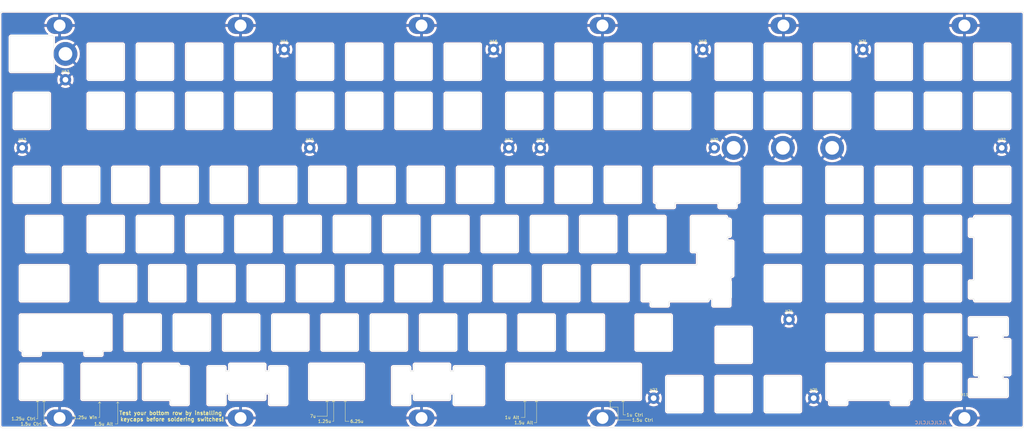
<source format=kicad_pcb>
(kicad_pcb (version 20201220) (generator pcbnew)
  (layers (0 "F.Cu" signal) (31 "B.Cu" signal) (34 "B.Paste" user) (35 "F.Paste" user) (36 "B.SilkS" user "B.Silkscreen") (37 "F.SilkS" user "F.Silkscreen") (38 "B.Mask" user) (39 "F.Mask" user) (44 "Edge.Cuts" user))
  (net 0 "")
  (net 1 "Mounting-hole")
  (footprint "acheronHardware:PEM-KF2-M3-ET_(solder-in)" (layer "F.Cu") (at 93 157.2)
    (fp_text reference "H8")
    (fp_text value "MountingHole_Pad")
    (pad "1" thru_hole oval (at 0 0) (size 10 6.5) (drill 4.6) (layers *.Cu "B.Mask") (net 1 "Mounting-hole"))
  )
  (footprint "acheronHardware:PEM-KF2-M3-ET_(solder-in)" (layer "F.Cu") (at 373 5.375)
    (fp_text reference "H6")
    (fp_text value "MountingHole_Pad")
    (pad "1" thru_hole oval (at 0 0) (size 10 6.5) (drill 4.6) (layers *.Cu "B.Mask") (net 1 "Mounting-hole"))
  )
  (footprint "MountingHole:MountingHole_2.2mm_M2_Pad" (layer "F.Cu") (at 276.2623 52.7125)
    (fp_text reference "H20" (at 0 -3.2) (layer "F.SilkS"))
    (fp_text value "MountingHole_Pad")
    (pad "1" thru_hole circle (at 0 0) (size 4.4 4.4) (drill 2.2) (layers *.Cu *.Mask) (net 1 "Mounting-hole"))
  )
  (footprint "acheronHardware:PEM-KF2-M3-ET_(solder-in)" (layer "F.Cu") (at 373 157.2)
    (fp_text reference "H11" (at 0 -9 unlocked) (layer "F.SilkS"))
    (fp_text value "MountingHole_Pad")
    (pad "1" thru_hole oval (at 0 0) (size 10 6.5) (drill 4.6) (layers *.Cu "B.Mask") (net 1 "Mounting-hole"))
  )
  (footprint "acheronHardware:PEM-KF2-M3-ET_(solder-in)" (layer "F.Cu") (at 233 157.2)
    (fp_text reference "H10")
    (fp_text value "MountingHole_Pad")
    (pad "1" thru_hole oval (at 0 0) (size 10 6.5) (drill 4.6) (layers *.Cu "B.Mask") (net 1 "Mounting-hole"))
  )
  (footprint "MountingHole:MountingHole_5.3mm_M5_DIN965_Pad" (layer "F.Cu") (at 283.7255 52.7125)
    (fp_text reference "H26")
    (fp_text value "MountingHole_Pad")
    (pad "1" thru_hole circle (at 0 0) (size 9.2 9.2) (drill 5.3) (layers *.Cu *.Mask) (net 1 "Mounting-hole"))
  )
  (footprint "MountingHole:MountingHole_5.3mm_M5_DIN965_Pad" (layer "F.Cu") (at 321.8255 52.7125)
    (fp_text reference "H28")
    (fp_text value "MountingHole_Pad")
    (pad "1" thru_hole circle (at 0 0) (size 9.2 9.2) (drill 5.3) (layers *.Cu *.Mask) (net 1 "Mounting-hole"))
  )
  (footprint "MountingHole:MountingHole_2.2mm_M2_Pad" (layer "F.Cu") (at 109.89425 14.675)
    (fp_text reference "H14" (at 0 -3.2) (layer "F.SilkS"))
    (fp_text value "MountingHole_Pad")
    (pad "1" thru_hole circle (at 0 0) (size 4.4 4.4) (drill 2.2) (layers *.Cu *.Mask) (net 1 "Mounting-hole"))
  )
  (footprint "acheronHardware:PEM-KF2-M3-ET_(solder-in)" (layer "F.Cu") (at 233 5.375)
    (fp_text reference "H4")
    (fp_text value "MountingHole_Pad")
    (pad "1" thru_hole oval (at 0 0) (size 10 6.5) (drill 4.6) (layers *.Cu "B.Mask") (net 1 "Mounting-hole"))
  )
  (footprint "acheronHardware:PEM-KF2-M3-ET_(solder-in)" (layer "F.Cu") (at 23 5.375)
    (fp_text reference "H1")
    (fp_text value "MountingHole_Pad")
    (pad "1" thru_hole oval (at 0 0) (size 10 6.5) (drill 4.6) (layers *.Cu "B.Mask") (net 1 "Mounting-hole"))
  )
  (footprint "MountingHole:MountingHole_2.2mm_M2_Pad" (layer "F.Cu") (at 333.73175 14.675)
    (fp_text reference "H21" (at 0 -3.2) (layer "F.SilkS"))
    (fp_text value "MountingHole_Pad")
    (pad "1" thru_hole circle (at 0 0) (size 4.4 4.4) (drill 2.2) (layers *.Cu *.Mask) (net 1 "Mounting-hole"))
  )
  (footprint "MountingHole:MountingHole_2.2mm_M2_Pad" (layer "F.Cu") (at 305.157 119.1)
    (fp_text reference "H24" (at 0 -3.2) (layer "F.SilkS"))
    (fp_text value "MountingHole_Pad")
    (pad "1" thru_hole circle (at 0 0) (size 4.4 4.4) (drill 2.2) (layers *.Cu *.Mask) (net 1 "Mounting-hole"))
  )
  (footprint "MountingHole:MountingHole_2.2mm_M2_Pad" (layer "F.Cu") (at 190.85675 14.675)
    (fp_text reference "H16" (at 0 -3.2) (layer "F.SilkS"))
    (fp_text value "MountingHole_Pad")
    (pad "1" thru_hole circle (at 0 0) (size 4.4 4.4) (drill 2.2) (layers *.Cu *.Mask) (net 1 "Mounting-hole"))
  )
  (footprint "acheronHardware:PEM-KF2-M3-ET_(solder-in)" (layer "F.Cu") (at 23 157.2)
    (fp_text reference "H7")
    (fp_text value "MountingHole_Pad")
    (pad "1" thru_hole oval (at 0 0) (size 10 6.5) (drill 4.6) (layers *.Cu "B.Mask") (net 1 "Mounting-hole"))
  )
  (footprint "MountingHole:MountingHole_2.2mm_M2_Pad" (layer "F.Cu") (at 208.963 52.7125)
    (fp_text reference "H18" (at 0 -3.2) (layer "F.SilkS"))
    (fp_text value "MountingHole_Pad")
    (pad "1" thru_hole circle (at 0 0) (size 4.4 4.4) (drill 2.2) (layers *.Cu *.Mask) (net 1 "Mounting-hole"))
  )
  (footprint "MountingHole:MountingHole_2.2mm_M2_Pad" (layer "F.Cu") (at 119.763 52.7125)
    (fp_text reference "H15" (at 0 -3.2) (layer "F.SilkS"))
    (fp_text value "MountingHole_Pad")
    (pad "1" thru_hole circle (at 0 0) (size 4.4 4.4) (drill 2.2) (layers *.Cu *.Mask) (net 1 "Mounting-hole"))
  )
  (footprint "acheronHardware:PEM-KF2-M3-ET_(solder-in)" (layer "F.Cu") (at 163 5.375)
    (fp_text reference "H3")
    (fp_text value "MountingHole_Pad")
    (pad "1" thru_hole oval (at 0 0) (size 10 6.5) (drill 4.6) (layers *.Cu "B.Mask") (net 1 "Mounting-hole"))
  )
  (footprint "MountingHole:MountingHole_2.2mm_M2_Pad" (layer "F.Cu") (at 25.263 26.375)
    (fp_text reference "H13" (at 0 -3.2) (layer "F.SilkS"))
    (fp_text value "MountingHole_Pad")
    (pad "1" thru_hole circle (at 0 0) (size 4.4 4.4) (drill 2.2) (layers *.Cu *.Mask) (net 1 "Mounting-hole"))
  )
  (footprint "MountingHole:MountingHole_2.2mm_M2_Pad" (layer "F.Cu") (at 196.7623 52.7125)
    (fp_text reference "H17" (at 0 -3.2) (layer "F.SilkS"))
    (fp_text value "MountingHole_Pad")
    (pad "1" thru_hole circle (at 0 0) (size 4.4 4.4) (drill 2.2) (layers *.Cu *.Mask) (net 1 "Mounting-hole"))
  )
  (footprint "MountingHole:MountingHole_5.3mm_M5_DIN965_Pad" (layer "F.Cu") (at 25.263 16.375)
    (fp_text reference "H29")
    (fp_text value "MountingHole_Pad")
    (pad "1" thru_hole circle (at 0 0) (size 9.2 9.2) (drill 5.3) (layers *.Cu *.Mask) (net 1 "Mounting-hole"))
  )
  (footprint "MountingHole:MountingHole_2.2mm_M2_Pad" (layer "F.Cu") (at 314.68175 149.531112)
    (fp_text reference "H25" (at 0 -3.2) (layer "F.SilkS"))
    (fp_text value "MountingHole_Pad")
    (pad "1" thru_hole circle (at 0 0) (size 4.4 4.4) (drill 2.2) (layers *.Cu *.Mask) (net 1 "Mounting-hole"))
  )
  (footprint "MountingHole:MountingHole_2.2mm_M2_Pad" (layer "F.Cu") (at 271.81925 14.675)
    (fp_text reference "H19" (at 0 -3.2) (layer "F.SilkS"))
    (fp_text value "MountingHole_Pad")
    (pad "1" thru_hole circle (at 0 0) (size 4.4 4.4) (drill 2.2) (layers *.Cu *.Mask) (net 1 "Mounting-hole"))
  )
  (footprint "MountingHole:MountingHole_5.3mm_M5_DIN965_Pad" (layer "F.Cu") (at 302.7755 52.7125)
    (fp_text reference "H27")
    (fp_text value "MountingHole_Pad")
    (pad "1" thru_hole circle (at 0 0) (size 9.2 9.2) (drill 5.3) (layers *.Cu *.Mask) (net 1 "Mounting-hole"))
  )
  (footprint "acheronHardware:PEM-KF2-M3-ET_(solder-in)" (layer "F.Cu") (at 93 5.375)
    (fp_text reference "H2")
    (fp_text value "MountingHole_Pad")
    (pad "1" thru_hole oval (at 0 0) (size 10 6.5) (drill 4.6) (layers *.Cu "B.Mask") (net 1 "Mounting-hole"))
  )
  (footprint "MountingHole:MountingHole_2.2mm_M2_Pad" (layer "F.Cu") (at 8.563 52.7125)
    (fp_text reference "H12" (at 0 -3.2) (layer "F.SilkS"))
    (fp_text value "MountingHole_Pad")
    (pad "1" thru_hole circle (at 0 0) (size 4.4 4.4) (drill 2.2) (layers *.Cu *.Mask) (net 1 "Mounting-hole"))
  )
  (footprint "MountingHole:MountingHole_2.2mm_M2_Pad" (layer "F.Cu") (at 252.76925 149.531112)
    (fp_text reference "H23" (at 0 -3.2) (layer "F.SilkS"))
    (fp_text value "MountingHole_Pad")
    (pad "1" thru_hole circle (at 0 0) (size 4.4 4.4) (drill 2.2) (layers *.Cu *.Mask) (net 1 "Mounting-hole"))
  )
  (footprint "MountingHole:MountingHole_2.2mm_M2_Pad" (layer "F.Cu") (at 387.437 52.7125)
    (fp_text reference "H22" (at 0 -3.2) (layer "F.SilkS"))
    (fp_text value "MountingHole_Pad")
    (pad "1" thru_hole circle (at 0 0) (size 4.4 4.4) (drill 2.2) (layers *.Cu *.Mask) (net 1 "Mounting-hole"))
  )
  (footprint "acheronHardware:PEM-KF2-M3-ET_(solder-in)" (layer "F.Cu") (at 303 5.375)
    (fp_text reference "H5")
    (fp_text value "MountingHole_Pad")
    (pad "1" thru_hole oval (at 0 0) (size 10 6.5) (drill 4.6) (layers *.Cu "B.Mask") (net 1 "Mounting-hole"))
  )
  (footprint "acheronHardware:PEM-KF2-M3-ET_(solder-in)" (layer "F.Cu") (at 163 157.2)
    (fp_text reference "H9")
    (fp_text value "MountingHole_Pad")
    (pad "1" thru_hole oval (at 0 0) (size 10 6.5) (drill 4.6) (layers *.Cu "B.Mask") (net 1 "Mounting-hole"))
  )
  (gr_line (start 14 151) (end 14.5 150.5) (layer "F.SilkS") (width 0.15))
  (gr_line (start 202.5 151) (end 203 150.5) (layer "F.SilkS") (width 0.15))
  (gr_line (start 133.5 150.5) (end 133 151) (layer "F.SilkS") (width 0.15))
  (gr_line (start 236 150.5) (end 236 153) (layer "F.SilkS") (width 0.15))
  (gr_line (start 203 157) (end 201.5 157) (layer "F.SilkS") (width 0.15))
  (gr_line (start 14.5 157.5) (end 14.5 150.5) (layer "F.SilkS") (width 0.15))
  (gr_line (start 207.5 150.5) (end 207.5 159) (layer "F.SilkS") (width 0.15))
  (gr_line (start 126.5 150.5) (end 126.5 156.5) (layer "F.SilkS") (width 0.15))
  (gr_line (start 17 150.5) (end 16.5 151) (layer "F.SilkS") (width 0.15))
  (gr_line (start 129 150.5) (end 128.5 151) (layer "F.SilkS") (width 0.15))
  (gr_line (start 14.5 150.5) (end 14 151) (layer "F.SilkS") (width 0.15))
  (gr_line (start 45.5 151) (end 46 151.5) (layer "F.SilkS") (width 0.15))
  (gr_line (start 38.5 151) (end 39 151.5) (layer "F.SilkS") (width 0.15))
  (gr_line (start 207 151) (end 207.5 150.5) (layer "F.SilkS") (width 0.15))
  (gr_line (start 241 150.5) (end 241.5 151) (layer "F.SilkS") (width 0.15))
  (gr_line (start 241 150.5) (end 241 156) (layer "F.SilkS") (width 0.15))
  (gr_line (start 45.5 151) (end 45 151.5) (layer "F.SilkS") (width 0.15))
  (gr_line (start 207.5 150.5) (end 208 151) (layer "F.SilkS") (width 0.15))
  (gr_line (start 236 150.5) (end 236.5 151) (layer "F.SilkS") (width 0.15))
  (gr_line (start 241 156) (end 242 156) (layer "F.SilkS") (width 0.15))
  (gr_line (start 236 153) (end 239 153) (layer "F.SilkS") (width 0.15))
  (gr_line (start 126.5 150.5) (end 126 151) (layer "F.SilkS") (width 0.15))
  (gr_line (start 129 150.5) (end 129 158.5) (layer "F.SilkS") (width 0.15))
  (gr_line (start 126.5 156.5) (end 122.5 156.5) (layer "F.SilkS") (width 0.15))
  (gr_line (start 239 153) (end 239 158) (layer "F.SilkS") (width 0.15))
  (gr_line (start 128.5 151) (end 129 150.5) (layer "F.SilkS") (width 0.15))
  (gr_line (start 133.5 150.5) (end 133.5 158.5) (layer "F.SilkS") (width 0.15))
  (gr_line (start 17 159.5) (end 17 150.5) (layer "F.SilkS") (width 0.15))
  (gr_line (start 126 151) (end 126.5 150.5) (layer "F.SilkS") (width 0.15))
  (gr_line (start 207.5 150.5) (end 207 151) (layer "F.SilkS") (width 0.15))
  (gr_line (start 16.5 151) (end 17 150.5) (layer "F.SilkS") (width 0.15))
  (gr_line (start 45.5 151) (end 45.5 159.5) (layer "F.SilkS") (width 0.15))
  (gr_line (start 240.5 151) (end 241 150.5) (layer "F.SilkS") (width 0.15))
  (gr_line (start 133.5 158.5) (end 135 158.5) (layer "F.SilkS") (width 0.15))
  (gr_line (start 239 158) (end 244 158) (layer "F.SilkS") (width 0.15))
  (gr_line (start 129 158.5) (end 128.5 158.5) (layer "F.SilkS") (width 0.15))
  (gr_line (start 207.5 159) (end 206.5 159) (layer "F.SilkS") (width 0.15))
  (gr_line (start 14.5 151) (end 14.5 150.5) (layer "F.SilkS") (width 0.15))
  (gr_line (start 241 150.5) (end 240.5 151) (layer "F.SilkS") (width 0.15))
  (gr_line (start 17 150.5) (end 17.5 151) (layer "F.SilkS") (width 0.15))
  (gr_line (start 236 150.5) (end 235.5 151) (layer "F.SilkS") (width 0.15))
  (gr_line (start 236.5 151) (end 236 150.5) (layer "F.SilkS") (width 0.15))
  (gr_line (start 38.5 157) (end 38.5 151) (layer "F.SilkS") (width 0.15))
  (gr_line (start 17 159.5) (end 16.5 159.5) (layer "F.SilkS") (width 0.15))
  (gr_line (start 38.5 151) (end 38 151.5) (layer "F.SilkS") (width 0.15))
  (gr_line (start 14.5 150.5) (end 15 151) (layer "F.SilkS") (width 0.15))
  (gr_line (start 129 150.5) (end 129.5 151) (layer "F.SilkS") (width 0.15))
  (gr_line (start 38.5 157) (end 38 157) (layer "F.SilkS") (width 0.15))
  (gr_line (start 203 150.5) (end 203 157) (layer "F.SilkS") (width 0.15))
  (gr_line (start 203 150.5) (end 202.5 151) (layer "F.SilkS") (width 0.15))
  (gr_line (start 203 150.5) (end 203.5 151) (layer "F.SilkS") (width 0.15))
  (gr_line (start 38 151.5) (end 38.5 151) (layer "F.SilkS") (width 0.15))
  (gr_line (start 14.5 157.5) (end 14 157.5) (layer "F.SilkS") (width 0.15))
  (gr_line (start 133.5 150.5) (end 134 151) (layer "F.SilkS") (width 0.15))
  (gr_line (start 45.5 159.5) (end 44.5 159.5) (layer "F.SilkS") (width 0.15))
  (gr_line (start 127 151) (end 126.5 150.5) (layer "F.SilkS") (width 0.15))
  (gr_arc (start 209.263 44.925) (end 209.263 45.425) (angle -90) (layer "Edge.Cuts") (width 0.1))
  (gr_arc (start 377.238 12.875) (end 377.238 12.375) (angle -90) (layer "Edge.Cuts") (width 0.1))
  (gr_arc (start 180.688 92.55) (end 180.688 93.05) (angle -90) (layer "Edge.Cuts") (width 0.1))
  (gr_arc (start 143.8755 117.65) (end 143.8755 117.15) (angle -90) (layer "Edge.Cuts") (width 0.1))
  (gr_line (start 128.3005 26.375) (end 115.3005 26.375) (layer "Edge.Cuts") (width 0.1))
  (gr_arc (start 115.3005 44.925) (end 114.8005 44.925) (angle -90) (layer "Edge.Cuts") (width 0.1))
  (gr_line (start 134.3505 12.375) (end 147.3505 12.375) (layer "Edge.Cuts") (width 0.1))
  (gr_line (start 269.58175 93.35) (end 269.58175 97.8) (layer "Edge.Cuts") (width 0.1))
  (gr_arc (start 333.088 79.55) (end 333.588 79.55) (angle -90) (layer "Edge.Cuts") (width 0.1))
  (gr_line (start 200.5255 130.65) (end 200.5255 117.65) (layer "Edge.Cuts") (width 0.1))
  (gr_line (start 104.488 93.05) (end 91.488 93.05) (layer "Edge.Cuts") (width 0.1))
  (gr_line (start 115.3005 45.425) (end 128.3005 45.425) (layer "Edge.Cuts") (width 0.1))
  (gr_line (start 66.888 92.55) (end 66.888 79.55) (layer "Edge.Cuts") (width 0.1))
  (gr_arc (start 371.188 111.6) (end 371.188 112.1) (angle -90) (layer "Edge.Cuts") (width 0.1))
  (gr_line (start 389.738 148.613) (end 389.738 142.613) (layer "Edge.Cuts") (width 0.1))
  (gr_arc (start 358.188 60.5) (end 358.188 60) (angle -90) (layer "Edge.Cuts") (width 0.1))
  (gr_line (start 233.863 44.925) (end 233.863 31.925) (layer "Edge.Cuts") (width 0.1))
  (gr_arc (start 160.544251 149.7) (end 160.044251 149.7) (angle -90) (layer "Edge.Cuts") (width 0.1))
  (gr_arc (start 158.163 73.5) (end 157.663 73.5) (angle -90) (layer "Edge.Cuts") (width 0.1))
  (gr_arc (start 377.238 44.925) (end 376.738 44.925) (angle -90) (layer "Edge.Cuts") (width 0.1))
  (gr_arc (start 309.2755 31.925) (end 309.7755 31.925) (angle -90) (layer "Edge.Cuts") (width 0.1))
  (gr_arc (start 123.538 79.55) (end 124.038 79.55) (angle -90) (layer "Edge.Cuts") (width 0.1))
  (gr_arc (start 258.1755 154.4625) (end 257.6755 154.4625) (angle -90) (layer "Edge.Cuts") (width 0.1))
  (gr_line (start 282.08175 80.137) (end 281.5005 80.137) (layer "Edge.Cuts") (width 0.1))
  (gr_line (start 160.044251 147.9) (end 160.044251 149.7) (layer "Edge.Cuts") (width 0.1))
  (gr_line (start 390.238 126.675) (end 388.238 126.675) (layer "Edge.Cuts") (width 0.1))
  (gr_arc (start 31.95675 136.7) (end 31.95675 136.2) (angle -90) (layer "Edge.Cuts") (width 0.1))
  (gr_line (start 174.044251 149.7) (end 174.044251 147.9) (layer "Edge.Cuts") (width 0.1))
  (gr_arc (start 282.081749 110.513) (end 282.49475 110.794836) (angle -34.3100027) (layer "Edge.Cuts") (width 0.1))
  (gr_line (start 358.188 150.2) (end 371.188 150.2) (layer "Edge.Cuts") (width 0.1))
  (gr_line (start 195.763 136.7) (end 195.763 149.7) (layer "Edge.Cuts") (width 0.1))
  (gr_line (start 243.1005 98.6) (end 243.1005 111.6) (layer "Edge.Cuts") (width 0.1))
  (gr_arc (start 55.76925 149.7) (end 55.26925 149.7) (angle -90) (layer "Edge.Cuts") (width 0.1))
  (gr_line (start 261 74) (end 261 75.5) (layer "Edge.Cuts") (width 0.1))
  (gr_arc (start 91.488 31.925) (end 91.488 31.425) (angle -90) (layer "Edge.Cuts") (width 0.1))
  (gr_line (start 320.088 79.05) (end 333.088 79.05) (layer "Edge.Cuts") (width 0.1))
  (gr_line (start 103.844751 139.2) (end 102.806751 139.2) (layer "Edge.Cuts") (width 0.1))
  (gr_arc (start 37.813 73.5) (end 37.813 74) (angle -90) (layer "Edge.Cuts") (width 0.1))
  (gr_arc (start 118.775499 130.65) (end 118.7755 131.15) (angle -90) (layer "Edge.Cuts") (width 0.1))
  (gr_arc (start 37.813 60.5) (end 38.313 60.5) (angle -90) (layer "Edge.Cuts") (width 0.1))
  (gr_arc (start 296.2755 111.6) (end 295.7755 111.6) (angle -90) (layer "Edge.Cuts") (width 0.1))
  (gr_line (start 247.863 60.5) (end 247.863 73.5) (layer "Edge.Cuts") (width 0.1))
  (gr_arc (start 153.4005 44.925) (end 152.9005 44.925) (angle -90) (layer "Edge.Cuts") (width 0.1))
  (gr_line (start 375.238 111.013) (end 376.438 111.013) (layer "Edge.Cuts") (width 0.1))
  (gr_line (start 395 161) (end 1 161) (layer "Edge.Cuts") (width 0.1))
  (gr_line (start 104.988 31.925) (end 104.988 44.925) (layer "Edge.Cuts") (width 0.1))
  (gr_arc (start 181.9755 117.65) (end 181.9755 117.15) (angle -90) (layer "Edge.Cuts") (width 0.1))
  (gr_arc (start 52.1005 98.6) (end 52.6005 98.6) (angle -90) (layer "Edge.Cuts") (width 0.1))
  (gr_arc (start 246.26925 117.65) (end 246.26925 117.15) (angle -90) (layer "Edge.Cuts") (width 0.1))
  (gr_line (start 233.0755 117.15) (end 220.0755 117.15) (layer "Edge.Cuts") (width 0.1))
  (gr_line (start 104.544751 152.2) (end 110.544751 152.2) (layer "Edge.Cuts") (width 0.1))
  (gr_arc (start 277.2255 135.412501) (end 276.7255 135.412501) (angle -90) (layer "Edge.Cuts") (width 0.1))
  (gr_arc (start 72.438 44.925) (end 71.938 44.925) (angle -90) (layer "Edge.Cuts") (width 0.1))
  (gr_arc (start 377.238 79.55) (end 377.238 79.05) (angle -90) (layer "Edge.Cuts") (width 0.1))
  (gr_line (start 104.488 12.375) (end 91.488 12.375) (layer "Edge.Cuts") (width 0.1))
  (gr_arc (start 5.763 60.5) (end 5.763 60) (angle -90) (layer "Edge.Cuts") (width 0.1))
  (gr_arc (start 115.3005 98.6) (end 115.3005 98.1) (angle -90) (layer "Edge.Cuts") (width 0.1))
  (gr_arc (start 277.2255 12.875) (end 277.2255 12.375) (angle -90) (layer "Edge.Cuts") (width 0.1))
  (gr_line (start 102.806751 147.7) (end 103.844751 147.7) (layer "Edge.Cuts") (width 0.1))
  (gr_line (start 85.438 12.375) (end 72.438 12.375) (layer "Edge.Cuts") (width 0.1))
  (gr_line (start 252.11875 114.1) (end 258.118749 114.1) (layer "Edge.Cuts") (width 0.1))
  (gr_line (start 281.2005 88.275) (end 281.2005 87.437) (layer "Edge.Cuts") (width 0.1))
  (gr_line (start 119.563 136.7) (end 119.563 149.7) (layer "Edge.Cuts") (width 0.1))
  (gr_line (start 174.044251 139) (end 174.044251 136.7) (layer "Edge.Cuts") (width 0.1))
  (gr_arc (start 395 1) (end 396 1) (angle -90) (layer "Edge.Cuts") (width 0.1))
  (gr_line (start 8.14425 131.15) (end 8.43125 131.15) (layer "Edge.Cuts") (width 0.1))
  (gr_line (start 338.638 111.6) (end 338.638 98.6) (layer "Edge.Cuts") (width 0.1))
  (gr_arc (start 185.4505 44.925) (end 185.4505 45.425) (angle -90) (layer "Edge.Cuts") (width 0.1))
  (gr_line (start 333.588 130.65) (end 333.588 117.65) (layer "Edge.Cuts") (width 0.1))
  (gr_arc (start 266.413 44.925) (end 266.413 45.425) (angle -90) (layer "Edge.Cuts") (width 0.1))
  (gr_arc (start 371.188 31.925) (end 371.688 31.925) (angle -90) (layer "Edge.Cuts") (width 0.1))
  (gr_arc (start 134.3505 98.6) (end 134.3505 98.1) (angle -90) (layer "Edge.Cuts") (width 0.1))
  (gr_line (start 47.338 79.05) (end 34.338 79.05) (layer "Edge.Cuts") (width 0.1))
  (gr_line (start 110.544751 137.2) (end 104.544751 137.2) (layer "Edge.Cuts") (width 0.1))
  (gr_line (start 352.638 60.5) (end 352.638 73.5) (layer "Edge.Cuts") (width 0.1))
  (gr_line (start 152.613 73.5) (end 152.613 60.5) (layer "Edge.Cuts") (width 0.1))
  (gr_line (start 124.038 92.55) (end 124.038 79.55) (layer "Edge.Cuts") (width 0.1))
  (gr_line (start 351.551 150.5) (end 351.551 151.7) (layer "Edge.Cuts") (width 0.1))
  (gr_line (start 387.738 126.175) (end 387.738 125.737) (layer "Edge.Cuts") (width 0.1))
  (gr_line (start 33.838 12.875) (end 33.838 25.875) (layer "Edge.Cuts") (width 0.1))
  (gr_arc (start 376.438 87.437) (end 376.738 87.437) (angle -90) (layer "Edge.Cuts") (width 0.1))
  (gr_line (start 10.525501 79.05) (end 23.5255 79.05) (layer "Edge.Cuts") (width 0.1))
  (gr_arc (start 220.0755 117.65) (end 220.0755 117.15) (angle -90) (layer "Edge.Cuts") (width 0.1))
  (gr_line (start 148.638 93.05) (end 161.638 93.05) (layer "Edge.Cuts") (width 0.1))
  (gr_line (start 371.688 130.65) (end 371.688 117.65) (layer "Edge.Cuts") (width 0.1))
  (gr_line (start 271.6755 154.4625) (end 271.6755 141.4625) (layer "Edge.Cuts") (width 0.1))
  (gr_arc (start 159.844251 139) (end 159.844251 139.2) (angle -90) (layer "Edge.Cuts") (width 0.1))
  (gr_line (start 243.388 79.55) (end 243.388 92.55) (layer "Edge.Cuts") (width 0.1))
  (gr_arc (start 234.363 73.5) (end 233.863 73.5) (angle -90) (layer "Edge.Cuts") (width 0.1))
  (gr_arc (start 388.238 126.175) (end 387.738 126.175) (angle -90) (layer "Edge.Cuts") (width 0.1))
  (gr_line (start 390.738 31.925) (end 390.738 44.925) (layer "Edge.Cuts") (width 0.1))
  (gr_arc (start 390.238 140.175) (end 390.238 140.675) (angle -90) (layer "Edge.Cuts") (width 0.1))
  (gr_line (start 185.4505 12.375) (end 172.4505 12.375) (layer "Edge.Cuts") (width 0.1))
  (gr_line (start 357.688 136.7) (end 357.688 149.7) (layer "Edge.Cuts") (width 0.1))
  (gr_arc (start 333.088 117.65) (end 333.588 117.65) (angle -90) (layer "Edge.Cuts") (width 0.1))
  (gr_line (start 276.7255 154.4625) (end 276.7255 141.4625) (layer "Edge.Cuts") (width 0.1))
  (gr_arc (start 85.438 31.925) (end 85.938 31.925) (angle -90) (layer "Edge.Cuts") (width 0.1))
  (gr_line (start 67.1755 130.65) (end 67.1755 117.65) (layer "Edge.Cuts") (width 0.1))
  (gr_line (start 234.363 12.375) (end 247.363 12.375) (layer "Edge.Cuts") (width 0.1))
  (gr_arc (start 148.638 79.55) (end 148.638 79.05) (angle -90) (layer "Edge.Cuts") (width 0.1))
  (gr_arc (start 80.6755 117.65) (end 81.1755 117.65) (angle -90) (layer "Edge.Cuts") (width 0.1))
  (gr_arc (start 1 1) (end 1 0) (angle -90) (layer "Edge.Cuts") (width 0.1))
  (gr_line (start 47.838 92.55) (end 47.838 79.55) (layer "Edge.Cuts") (width 0.1))
  (gr_arc (start 31.95675 149.7) (end 31.45675 149.7) (angle -90) (layer "Edge.Cuts") (width 0.1))
  (gr_line (start 284.876 74) (end 284.876 75.5) (layer "Edge.Cuts") (width 0.1))
  (gr_line (start 185.4505 98.1) (end 172.4505 98.1) (layer "Edge.Cuts") (width 0.1))
  (gr_arc (start 204.5005 98.6) (end 205.0005 98.6) (angle -90) (layer "Edge.Cuts") (width 0.1))
  (gr_line (start 374.738 104.513) (end 374.738 110.513) (layer "Edge.Cuts") (width 0.1))
  (gr_arc (start 185.4505 25.875) (end 185.4505 26.375) (angle -90) (layer "Edge.Cuts") (width 0.1))
  (gr_line (start 120.063 150.2) (end 140.20675 150.2) (layer "Edge.Cuts") (width 0.1))
  (gr_arc (start 377.238 73.5) (end 376.738 73.5) (angle -90) (layer "Edge.Cuts") (width 0.1))
  (gr_arc (start 75.913 60.5) (end 76.413 60.5) (angle -90) (layer "Edge.Cuts") (width 0.1))
  (gr_arc (start 320.088 117.65) (end 320.088 117.15) (angle -90) (layer "Edge.Cuts") (width 0.1))
  (gr_arc (start 161.638 79.55) (end 162.138 79.55) (angle -90) (layer "Edge.Cuts") (width 0.1))
  (gr_line (start 87.206751 139) (end 87.206751 137.7) (layer "Edge.Cuts") (width 0.1))
  (gr_line (start 296.2755 93.05) (end 309.2755 93.05) (layer "Edge.Cuts") (width 0.1))
  (gr_line (start 34.338 93.05) (end 47.338 93.05) (layer "Edge.Cuts") (width 0.1))
  (gr_line (start 81.463 73.5) (end 81.463 60.5) (layer "Edge.Cuts") (width 0.1))
  (gr_arc (start 352.138 92.55) (end 352.138 93.05) (angle -90) (layer "Edge.Cuts") (width 0.1))
  (gr_arc (start 34.338 25.875) (end 33.838 25.875) (angle -90) (layer "Edge.Cuts") (width 0.1))
  (gr_arc (start 377.238 140.175) (end 376.738 140.175) (angle -90) (layer "Edge.Cuts") (width 0.1))
  (gr_line (start 166.9005 98.6) (end 166.9005 111.6) (layer "Edge.Cuts") (width 0.1))
  (gr_arc (start 285.463 60.5) (end 285.963 60.5) (angle -90) (layer "Edge.Cuts") (width 0.1))
  (gr_arc (start 390.238 12.875) (end 390.738 12.875) (angle -90) (layer "Edge.Cuts") (width 0.1))
  (gr_line (start 396 1) (end 396 160) (layer "Edge.Cuts") (width 0.1))
  (gr_arc (start 177.213 73.5) (end 176.713 73.5) (angle -90) (layer "Edge.Cuts") (width 0.1))
  (gr_arc (start 290.2255 44.925) (end 290.2255 45.425) (angle -90) (layer "Edge.Cuts") (width 0.1))
  (gr_arc (start 309.2755 79.55) (end 309.7755 79.55) (angle -90) (layer "Edge.Cuts") (width 0.1))
  (gr_arc (start 123.538 92.55) (end 123.538 93.05) (angle -90) (layer "Edge.Cuts") (width 0.1))
  (gr_line (start 148.138 79.55) (end 148.138 92.55) (layer "Edge.Cuts") (width 0.1))
  (gr_line (start 72.438 31.425) (end 85.438 31.425) (layer "Edge.Cuts") (width 0.1))
  (gr_arc (start 258.91875 112.4) (end 258.91875 112.1) (angle -90) (layer "Edge.Cuts") (width 0.1))
  (gr_arc (start 285.463 73.5) (end 285.463 74) (angle -90) (layer "Edge.Cuts") (width 0.1))
  (gr_line (start 296.2755 140.9625) (end 309.2755 140.9625) (layer "Edge.Cuts") (width 0.1))
  (gr_arc (start 105.7755 117.65) (end 105.7755 117.15) (angle -90) (layer "Edge.Cuts") (width 0.1))
  (gr_arc (start 66.388 92.55) (end 66.388 93.05) (angle -90) (layer "Edge.Cuts") (width 0.1))
  (gr_arc (start 56.863 60.5) (end 57.363 60.5) (angle -90) (layer "Edge.Cuts") (width 0.1))
  (gr_line (start 390.238 26.375) (end 377.238 26.375) (layer "Edge.Cuts") (width 0.1))
  (gr_arc (start 358.188 12.875) (end 358.188 12.375) (angle -90) (layer "Edge.Cuts") (width 0.1))
  (gr_line (start 220.0755 131.15) (end 233.0755 131.15) (layer "Edge.Cuts") (width 0.1))
  (gr_line (start 339.138 12.375) (end 352.138 12.375) (layer "Edge.Cuts") (width 0.1))
  (gr_arc (start 53.388 25.875) (end 52.888 25.875) (angle -90) (layer "Edge.Cuts") (width 0.1))
  (gr_line (start 253.413 12.375) (end 266.413 12.375) (layer "Edge.Cuts") (width 0.1))
  (gr_line (start 352.638 98.6) (end 352.638 111.6) (layer "Edge.Cuts") (width 0.1))
  (gr_arc (start 256.888 92.55) (end 256.888 93.05) (angle -90) (layer "Edge.Cuts") (width 0.1))
  (gr_line (start 57.6505 98.6) (end 57.6505 111.6) (layer "Edge.Cuts") (width 0.1))
  (gr_line (start 224.0505 98.6) (end 224.0505 111.6) (layer "Edge.Cuts") (width 0.1))
  (gr_arc (start 81.963 60.5) (end 81.963 60) (angle -90) (layer "Edge.Cuts") (width 0.1))
  (gr_arc (start 389.238 142.613) (end 389.738 142.613) (angle -90) (layer "Edge.Cuts") (width 0.1))
  (gr_arc (start 9.23125 132.65) (end 8.73125 132.65) (angle -90) (layer "Edge.Cuts") (width 0.1))
  (gr_arc (start 94.963 73.5) (end 94.963 74) (angle -90) (layer "Edge.Cuts") (width 0.1))
  (gr_line (start 333.088 74) (end 320.088 74) (layer "Edge.Cuts") (width 0.1))
  (gr_line (start 34.338 26.375) (end 47.338 26.375) (layer "Edge.Cuts") (width 0.1))
  (gr_line (start 259.26925 117.15) (end 246.26925 117.15) (layer "Edge.Cuts") (width 0.1))
  (gr_arc (start 120.063 60.5) (end 120.063 60) (angle -90) (layer "Edge.Cuts") (width 0.1))
  (gr_arc (start 215.313 25.875) (end 214.813 25.875) (angle -90) (layer "Edge.Cuts") (width 0.1))
  (gr_arc (start 271.1755 154.4625) (end 271.1755 154.9625) (angle -90) (layer "Edge.Cuts") (width 0.1))
  (gr_arc (start 320.088 98.6) (end 320.088 98.1) (angle -90) (layer "Edge.Cuts") (width 0.1))
  (gr_arc (start 186.706751 151.7) (end 186.706751 152.2) (angle -90) (layer "Edge.Cuts") (width 0.1))
  (gr_line (start 195.4755 117.65) (end 195.4755 130.65) (layer "Edge.Cuts") (width 0.1))
  (gr_arc (start 166.4005 111.6) (end 166.4005 112.1) (angle -90) (layer "Edge.Cuts") (width 0.1))
  (gr_arc (start 166.4005 12.875) (end 166.9005 12.875) (angle -90) (layer "Edge.Cuts") (width 0.1))
  (gr_arc (start 327.175 151.7) (end 327.175 152.2) (angle -90) (layer "Edge.Cuts") (width 0.1))
  (gr_arc (start 224.838 92.55) (end 224.338 92.55) (angle -90) (layer "Edge.Cuts") (width 0.1))
  (gr_line (start 25.90675 98.1) (end 8.144251 98.1) (layer "Edge.Cuts") (width 0.1))
  (gr_line (start 85.938 31.925) (end 85.938 44.925) (layer "Edge.Cuts") (width 0.1))
  (gr_arc (start 101.013 60.5) (end 101.013 60) (angle -90) (layer "Edge.Cuts") (width 0.1))
  (gr_line (start 377.238 112.1) (end 390.238 112.1) (layer "Edge.Cuts") (width 0.1))
  (gr_line (start 309.2755 79.05) (end 296.2755 79.05) (layer "Edge.Cuts") (width 0.1))
  (gr_arc (start 139.113 73.5) (end 138.613 73.5) (angle -90) (layer "Edge.Cuts") (width 0.1))
  (gr_line (start 133.8505 44.925) (end 133.8505 31.925) (layer "Edge.Cuts") (width 0.1))
  (gr_line (start 91.488 26.375) (end 104.488 26.375) (layer "Edge.Cuts") (width 0.1))
  (gr_arc (start 296.2755 92.55) (end 295.7755 92.55) (angle -90) (layer "Edge.Cuts") (width 0.1))
  (gr_line (start 388.238 125.237) (end 389.238 125.237) (layer "Edge.Cuts") (width 0.1))
  (gr_line (start 114.8005 25.875) (end 114.8005 12.875) (layer "Edge.Cuts") (width 0.1))
  (gr_arc (start 290.2255 154.4625) (end 290.2255 154.9625) (angle -90) (layer "Edge.Cuts") (width 0.1))
  (gr_arc (start 267.700499 79.55) (end 267.700499 79.05) (angle -90) (layer "Edge.Cuts") (width 0.1))
  (gr_arc (start 390.238 127.175) (end 390.738 127.175) (angle -90) (layer "Edge.Cuts") (width 0.1))
  (gr_line (start 72.913 151.7) (end 72.913 137.7) (layer "Edge.Cuts") (width 0.1))
  (gr_line (start 52.100501 136.2) (end 31.95675 136.2) (layer "Edge.Cuts") (width 0.1))
  (gr_line (start 71.938 92.55) (end 71.938 79.55) (layer "Edge.Cuts") (width 0.1))
  (gr_line (start 205.788 79.05) (end 218.788 79.05) (layer "Edge.Cuts") (width 0.1))
  (gr_line (start 390.238 79.05) (end 377.238 79.05) (layer "Edge.Cuts") (width 0.1))
  (gr_arc (start 358.188 44.925) (end 357.688 44.925) (angle -90) (layer "Edge.Cuts") (width 0.1))
  (gr_line (start 18.763 31.425) (end 5.763 31.425) (layer "Edge.Cuts") (width 0.1))
  (gr_line (start 124.8255 131.15) (end 137.8255 131.15) (layer "Edge.Cuts") (width 0.1))
  (gr_line (start 114.8005 31.925) (end 114.8005 44.925) (layer "Edge.Cuts") (width 0.1))
  (gr_arc (start 352.138 73.5) (end 352.138 74) (angle -90) (layer "Edge.Cuts") (width 0.1))
  (gr_arc (start 234.363 44.925) (end 233.863 44.925) (angle -90) (layer "Edge.Cuts") (width 0.1))
  (gr_arc (start 104.544751 151.7) (end 104.044751 151.7) (angle -90) (layer "Edge.Cuts") (width 0.1))
  (gr_line (start 389.238 118.237) (end 375.238 118.237) (layer "Edge.Cuts") (width 0.1))
  (gr_line (start 378.238 142.113) (end 375.238 142.113) (layer "Edge.Cuts") (width 0.1))
  (gr_arc (start 327.975 150.5) (end 327.975 150.2) (angle -90) (layer "Edge.Cuts") (width 0.1))
  (gr_arc (start 339.138 25.875) (end 338.638 25.875) (angle -90) (layer "Edge.Cuts") (width 0.1))
  (gr_line (start 260.5 76) (end 254.5 76) (layer "Edge.Cuts") (width 0.1))
  (gr_line (start 105.2755 130.65) (end 105.2755 117.65) (layer "Edge.Cuts") (width 0.1))
  (gr_line (start 258.1755 154.9625) (end 271.1755 154.9625) (layer "Edge.Cuts") (width 0.1))
  (gr_line (start 352.638 130.65) (end 352.638 117.65) (layer "Edge.Cuts") (width 0.1))
  (gr_arc (start 137.8255 117.65) (end 138.3255 117.65) (angle -90) (layer "Edge.Cuts") (width 0.1))
  (gr_arc (start 23.525501 149.7) (end 23.525501 150.2) (angle -90) (layer "Edge.Cuts") (width 0.1))
  (gr_line (start 124.3255 117.65) (end 124.3255 130.65) (layer "Edge.Cuts") (width 0.1))
  (gr_line (start 274.05675 111.6) (end 274.05675 111.313) (layer "Edge.Cuts") (width 0.1))
  (gr_arc (start 129.588 79.55) (end 129.588 79.05) (angle -90) (layer "Edge.Cuts") (width 0.1))
  (gr_arc (start 172.4505 98.6) (end 172.4505 98.1) (angle -90) (layer "Edge.Cuts") (width 0.1))
  (gr_arc (start 175.282251 147.9) (end 175.482251 147.9) (angle -90) (layer "Edge.Cuts") (width 0.1))
  (gr_line (start 276.7255 25.875) (end 276.7255 12.875) (layer "Edge.Cuts") (width 0.1))
  (gr_arc (start 328.325499 12.875) (end 328.825499 12.875) (angle -90) (layer "Edge.Cuts") (width 0.1))
  (gr_arc (start 34.338 44.925) (end 33.838 44.925) (angle -90) (layer "Edge.Cuts") (width 0.1))
  (gr_line (start 283.58175 102.075) (end 283.58175 89.075) (layer "Edge.Cuts") (width 0.1))
  (gr_arc (start 42.5755 117.65) (end 43.0755 117.65) (angle -90) (layer "Edge.Cuts") (width 0.1))
  (gr_line (start 390.238 45.425) (end 377.238 45.425) (layer "Edge.Cuts") (width 0.1))
  (gr_line (start 95.750499 111.6) (end 95.750499 98.6) (layer "Edge.Cuts") (width 0.1))
  (gr_line (start 76.7005 111.6) (end 76.700499 98.6) (layer "Edge.Cuts") (width 0.1))
  (gr_line (start 309.7755 111.6) (end 309.7755 98.6) (layer "Edge.Cuts") (width 0.1))
  (gr_arc (start 390.238 111.6) (end 390.238 112.1) (angle -90) (layer "Edge.Cuts") (width 0.1))
  (gr_line (start 219.288 79.55) (end 219.288 92.55) (layer "Edge.Cuts") (width 0.1))
  (gr_line (start 309.7755 12.875) (end 309.7755 25.875) (layer "Edge.Cuts") (width 0.1))
  (gr_arc (start 53.388 31.925) (end 53.388 31.425) (angle -90) (layer "Edge.Cuts") (width 0.1))
  (gr_line (start 69.26925 137) (end 69.26925 136.7) (layer "Edge.Cuts") (width 0.1))
  (gr_line (start 138.613 60.5) (end 138.613 73.5) (layer "Edge.Cuts") (width 0.1))
  (gr_arc (start 281.5005 87.437) (end 281.5005 87.137) (angle -90) (layer "Edge.Cuts") (width 0.1))
  (gr_arc (start 275.194749 111.313) (end 275.49475 111.313) (angle -90) (layer "Edge.Cuts") (width 0.1))
  (gr_line (start 191.0005 98.6) (end 191.0005 111.6) (layer "Edge.Cuts") (width 0.1))
  (gr_arc (start 8.14425 117.65) (end 8.14425 117.15) (angle -90) (layer "Edge.Cuts") (width 0.1))
  (gr_line (start 85.938 25.875) (end 85.938 12.875) (layer "Edge.Cuts") (width 0.1))
  (gr_arc (start 103.844751 139) (end 103.844751 139.2) (angle -90) (layer "Edge.Cuts") (width 0.1))
  (gr_line (start 314.8255 25.875) (end 314.8255 12.875) (layer "Edge.Cuts") (width 0.1))
  (gr_arc (start 251.31875 112.4) (end 251.61875 112.4) (angle -90) (layer "Edge.Cuts") (width 0.1))
  (gr_line (start 5.763 60) (end 18.763 60) (layer "Edge.Cuts") (width 0.1))
  (gr_arc (start 339.138 111.6) (end 338.638 111.6) (angle -90) (layer "Edge.Cuts") (width 0.1))
  (gr_line (start 10.0255 92.55) (end 10.025501 79.55) (layer "Edge.Cuts") (width 0.1))
  (gr_arc (start 275.99475 113.6) (end 275.49475 113.6) (angle -90) (layer "Edge.Cuts") (width 0.1))
  (gr_line (start 128.8005 12.875) (end 128.8005 25.875) (layer "Edge.Cuts") (width 0.1))
  (gr_arc (start 376.438 111.313) (end 376.738 111.313) (angle -90) (layer "Edge.Cuts") (width 0.1))
  (gr_line (start 247.863 31.925) (end 247.863 44.925) (layer "Edge.Cuts") (width 0.1))
  (gr_arc (start 20.263 22.875) (end 20.263 23.375) (angle -90) (layer "Edge.Cuts") (width 0.1))
  (gr_line (start 139.113 74) (end 152.113 74) (layer "Edge.Cuts") (width 0.1))
  (gr_arc (start 390.238 31.925) (end 390.738 31.925) (angle -90) (layer "Edge.Cuts") (width 0.1))
  (gr_arc (start 153.4005 25.875) (end 152.9005 25.875) (angle -90) (layer "Edge.Cuts") (width 0.1))
  (gr_line (start 119.563 60.5) (end 119.563 73.5) (layer "Edge.Cuts") (width 0.1))
  (gr_arc (start 86.7255 130.65) (end 86.225499 130.65) (angle -90) (layer "Edge.Cuts") (width 0.1))
  (gr_line (start 86.7255 131.15) (end 99.7255 131.15) (layer "Edge.Cuts") (width 0.1))
  (gr_arc (start 352.138 149.7) (end 352.138 150.2) (angle -90) (layer "Edge.Cuts") (width 0.1))
  (gr_line (start 31.45675 136.7) (end 31.45675 149.7) (layer "Edge.Cuts") (width 0.1))
  (gr_arc (start 209.263 31.925) (end 209.763 31.925) (angle -90) (layer "Edge.Cuts") (width 0.1))
  (gr_line (start 52.1005 112.1) (end 39.1005 112.1) (layer "Edge.Cuts") (width 0.1))
  (gr_arc (start 358.188 79.55) (end 358.188 79.05) (angle -90) (layer "Edge.Cuts") (width 0.1))
  (gr_line (start 147.3505 26.375) (end 134.3505 26.375) (layer "Edge.Cuts") (width 0.1))
  (gr_arc (start 4.263 9.875) (end 4.263 9.375) (angle -90) (layer "Edge.Cuts") (width 0.1))
  (gr_line (start 215.313 31.425) (end 228.313 31.425) (layer "Edge.Cuts") (width 0.1))
  (gr_arc (start 389.238 148.613) (end 389.238 149.113) (angle -90) (layer "Edge.Cuts") (width 0.1))
  (gr_arc (start 196.263 44.925) (end 195.763 44.925) (angle -90) (layer "Edge.Cuts") (width 0.1))
  (gr_arc (start 134.3505 44.925) (end 133.8505 44.925) (angle -90) (layer "Edge.Cuts") (width 0.1))
  (gr_arc (start 274.35675 111.313) (end 274.35675 111.013) (angle -90) (layer "Edge.Cuts") (width 0.1))
  (gr_arc (start 156.8755 117.65) (end 157.3755 117.65) (angle -90) (layer "Edge.Cuts") (width 0.1))
  (gr_arc (start 333.088 60.5) (end 333.588 60.5) (angle -90) (layer "Edge.Cuts") (width 0.1))
  (gr_arc (start 259.26925 130.65) (end 259.26925 131.15) (angle -90) (layer "Edge.Cuts") (width 0.1))
  (gr_arc (start 39.10725 132.65) (end 39.10725 133.15) (angle -90) (layer "Edge.Cuts") (width 0.1))
  (gr_line (start 352.138 112.1) (end 339.138 112.1) (layer "Edge.Cuts") (width 0.1))
  (gr_line (start 47.338 12.375) (end 34.338 12.375) (layer "Edge.Cuts") (width 0.1))
  (gr_line (start 338.638 44.925) (end 338.638 31.925) (layer "Edge.Cuts") (width 0.1))
  (gr_line (start 374.738 142.613) (end 374.738 148.613) (layer "Edge.Cuts") (width 0.1))
  (gr_line (start 85.438 45.425) (end 72.438 45.425) (layer "Edge.Cuts") (width 0.1))
  (gr_arc (start 247.363 73.5) (end 247.363 74) (angle -90) (layer "Edge.Cuts") (width 0.1))
  (gr_arc (start 223.5505 111.6) (end 223.5505 112.1) (angle -90) (layer "Edge.Cuts") (width 0.1))
  (gr_line (start 371.688 111.6) (end 371.688 98.6) (layer "Edge.Cuts") (width 0.1))
  (gr_line (start 390.738 140.175) (end 390.738 127.175) (layer "Edge.Cuts") (width 0.1))
  (gr_arc (start 333.088 92.55) (end 333.088 93.05) (angle -90) (layer "Edge.Cuts") (width 0.1))
  (gr_arc (start 20.263 9.875) (end 20.763 9.875) (angle -90) (layer "Edge.Cuts") (width 0.1))
  (gr_arc (start 99.7255 117.65) (end 100.2255 117.65) (angle -90) (layer "Edge.Cuts") (width 0.1))
  (gr_line (start 110.038 79.55) (end 110.038 92.55) (layer "Edge.Cuts") (width 0.1))
  (gr_arc (start 153.4005 31.925) (end 153.4005 31.425) (angle -90) (layer "Edge.Cuts") (width 0.1))
  (gr_line (start 88.406751 139.2) (end 87.406751 139.2) (layer "Edge.Cuts") (width 0.1))
  (gr_line (start 266.913 12.875) (end 266.913 25.875) (layer "Edge.Cuts") (width 0.1))
  (gr_arc (start 171.163 73.5) (end 171.163 74) (angle -90) (layer "Edge.Cuts") (width 0.1))
  (gr_arc (start 185.4505 12.875) (end 185.9505 12.875) (angle -90) (layer "Edge.Cuts") (width 0.1))
  (gr_arc (start 153.4005 111.6) (end 152.9005 111.6) (angle -90) (layer "Edge.Cuts") (width 0.1))
  (gr_line (start 33.10725 133.15) (end 39.10725 133.15) (layer "Edge.Cuts") (width 0.1))
  (gr_line (start 143.3755 117.65) (end 143.3755 130.65) (layer "Edge.Cuts") (width 0.1))
  (gr_arc (start 296.2755 31.925) (end 296.2755 31.425) (angle -90) (layer "Edge.Cuts") (width 0.1))
  (gr_arc (start 80.706751 137.7) (end 80.706751 137.2) (angle -90) (layer "Edge.Cuts") (width 0.1))
  (gr_arc (start 209.263 73.5) (end 209.263 74) (angle -90) (layer "Edge.Cuts") (width 0.1))
  (gr_line (start 205.0005 111.6) (end 205.0005 98.6) (layer "Edge.Cuts") (width 0.1))
  (gr_line (start 339.138 131.15) (end 352.138 131.15) (layer "Edge.Cuts") (width 0.1))
  (gr_arc (start 181.9755 130.65) (end 181.4755 130.65) (angle -90) (layer "Edge.Cuts") (width 0.1))
  (gr_line (start 118.7755 131.15) (end 105.7755 131.15) (layer "Edge.Cuts") (width 0.1))
  (gr_arc (start 205.788 92.55) (end 205.288 92.55) (angle -90) (layer "Edge.Cuts") (width 0.1))
  (gr_line (start 153.4005 12.375) (end 166.4005 12.375) (layer "Edge.Cuts") (width 0.1))
  (gr_arc (start 256.888 79.55) (end 257.388 79.55) (angle -90) (layer "Edge.Cuts") (width 0.1))
  (gr_arc (start 352.138 136.7) (end 352.638 136.7) (angle -90) (layer "Edge.Cuts") (width 0.1))
  (gr_arc (start 80.706751 151.7) (end 80.206751 151.7) (angle -90) (layer "Edge.Cuts") (width 0.1))
  (gr_line (start 52.6005 98.6) (end 52.6005 111.6) (layer "Edge.Cuts") (width 0.1))
  (gr_arc (start 333.088 111.6) (end 333.088 112.1) (angle -90) (layer "Edge.Cuts") (width 0.1))
  (gr_line (start 285.963 60.5) (end 285.963 73.5) (layer "Edge.Cuts") (width 0.1))
  (gr_arc (start 388.238 141.175) (end 388.238 140.675) (angle -90) (layer "Edge.Cuts") (width 0.1))
  (gr_arc (start 175.982251 151.7) (end 175.482251 151.7) (angle -90) (layer "Edge.Cuts") (width 0.1))
  (gr_line (start 256.888 79.05) (end 243.888 79.05) (layer "Edge.Cuts") (width 0.1))
  (gr_line (start 320.375 150.2) (end 320.088 150.2) (layer "Edge.Cuts") (width 0.1))
  (gr_arc (start 47.338 12.875) (end 47.838 12.875) (angle -90) (layer "Edge.Cuts") (width 0.1))
  (gr_arc (start 153.4005 12.875) (end 153.4005 12.375) (angle -90) (layer "Edge.Cuts") (width 0.1))
  (gr_line (start 375.238 149.113) (end 389.238 149.113) (layer "Edge.Cuts") (width 0.1))
  (gr_arc (start 234.363 25.875) (end 233.863 25.875) (angle -90) (layer "Edge.Cuts") (width 0.1))
  (gr_arc (start 147.3505 44.925) (end 147.3505 45.425) (angle -90) (layer "Edge.Cuts") (width 0.1))
  (gr_arc (start 223.5505 98.6) (end 224.0505 98.6) (angle -90) (layer "Edge.Cuts") (width 0.1))
  (gr_arc (start 72.438 12.875) (end 72.438 12.375) (angle -90) (layer "Edge.Cuts") (width 0.1))
  (gr_line (start 48.6255 131.15) (end 61.6255 131.15) (layer "Edge.Cuts") (width 0.1))
  (gr_line (start 376.738 127.175) (end 376.738 140.175) (layer "Edge.Cuts") (width 0.1))
  (gr_arc (start 228.313 31.925) (end 228.813 31.925) (angle -90) (layer "Edge.Cuts") (width 0.1))
  (gr_arc (start 172.4505 111.6) (end 171.9505 111.6) (angle -90) (layer "Edge.Cuts") (width 0.1))
  (gr_line (start 209.263 26.375) (end 196.263 26.375) (layer "Edge.Cuts") (width 0.1))
  (gr_arc (start 358.188 92.55) (end 357.688 92.55) (angle -90) (layer "Edge.Cuts") (width 0.1))
  (gr_arc (start 191.5005 98.6) (end 191.5005 98.1) (angle -90) (layer "Edge.Cuts") (width 0.1))
  (gr_arc (start 281.5005 79.837) (end 281.2005 79.837) (angle -90) (layer "Edge.Cuts") (width 0.1))
  (gr_arc (start 86.7255 117.65) (end 86.7255 117.15) (angle -90) (layer "Edge.Cuts") (width 0.1))
  (gr_arc (start 90.2005 111.6) (end 90.2005 112.1) (angle -90) (layer "Edge.Cuts") (width 0.1))
  (gr_arc (start 371.188 136.7) (end 371.688 136.7) (angle -90) (layer "Edge.Cuts") (width 0.1))
  (gr_line (start 23.525501 136.2) (end 21.14425 136.2) (layer "Edge.Cuts") (width 0.1))
  (gr_line (start 371.688 149.7) (end 371.688 136.7) (layer "Edge.Cuts") (width 0.1))
  (gr_line (start 85.438 93.05) (end 72.438 93.05) (layer "Edge.Cuts") (width 0.1))
  (gr_line (start 389.238 142.113) (end 388.238 142.113) (layer "Edge.Cuts") (width 0.1))
  (gr_arc (start 32.30725 131.45) (end 32.60725 131.45) (angle -90) (layer "Edge.Cuts") (width 0.1))
  (gr_arc (start 309.2755 111.6) (end 309.2755 112.1) (angle -90) (layer "Edge.Cuts") (width 0.1))
  (gr_line (start 66.413 152.2) (end 72.413 152.2) (layer "Edge.Cuts") (width 0.1))
  (gr_arc (start 371.188 149.7) (end 371.188 150.2) (angle -90) (layer "Edge.Cuts") (width 0.1))
  (gr_line (start 140.70675 149.7) (end 140.70675 136.7) (layer "Edge.Cuts") (width 0.1))
  (gr_arc (start 273.55675 111.6) (end 273.55675 112.1) (angle -90) (layer "Edge.Cuts") (width 0.1))
  (gr_arc (start 371.188 92.55) (end 371.188 93.05) (angle -90) (layer "Edge.Cuts") (width 0.1))
  (gr_arc (start 103.844751 147.9) (end 104.044751 147.9) (angle -90) (layer "Edge.Cuts") (width 0.1))
  (gr_arc (start 228.313 73.5) (end 228.313 74) (angle -90) (layer "Edge.Cuts") (width 0.1))
  (gr_line (start 129.588 79.05) (end 142.588 79.05) (layer "Edge.Cuts") (width 0.1))
  (gr_arc (start 91.488 25.875) (end 90.988 25.875) (angle -90) (layer "Edge.Cuts") (width 0.1))
  (gr_arc (start 104.488 31.925) (end 104.988 31.925) (angle -90) (layer "Edge.Cuts") (width 0.1))
  (gr_line (start 295.7755 154.4625) (end 295.7755 141.4625) (layer "Edge.Cuts") (width 0.1))
  (gr_line (start 333.088 93.05) (end 320.088 93.05) (layer "Edge.Cuts") (width 0.1))
  (gr_arc (start 352.138 12.875) (end 352.638 12.875) (angle -90) (layer "Edge.Cuts") (width 0.1))
  (gr_arc (start 315.3255 25.875) (end 314.8255 25.875) (angle -90) (layer "Edge.Cuts") (width 0.1))
  (gr_line (start 284.376 76) (end 278.376 76) (layer "Edge.Cuts") (width 0.1))
  (gr_line (start 387.738 141.613) (end 387.738 141.175) (layer "Edge.Cuts") (width 0.1))
  (gr_arc (start 162.9255 117.65) (end 162.9255 117.15) (angle -90) (layer "Edge.Cuts") (width 0.1))
  (gr_line (start 4.263 9.375) (end 20.263 9.375) (layer "Edge.Cuts") (width 0.1))
  (gr_arc (start 172.4505 25.875) (end 171.9505 25.875) (angle -90) (layer "Edge.Cuts") (width 0.1))
  (gr_line (start 157.663 60.5) (end 157.663 73.5) (layer "Edge.Cuts") (width 0.1))
  (gr_line (start 66.388 79.05) (end 53.388 79.05) (layer "Edge.Cuts") (width 0.1))
  (gr_line (start 90.988 92.55) (end 90.988 79.55) (layer "Edge.Cuts") (width 0.1))
  (gr_line (start 166.9005 12.875) (end 166.9005 25.875) (layer "Edge.Cuts") (width 0.1))
  (gr_arc (start 86.706751 151.7) (end 86.706751 152.2) (angle -90) (layer "Edge.Cuts") (width 0.1))
  (gr_line (start 62.1255 130.65) (end 62.1255 117.65) (layer "Edge.Cuts") (width 0.1))
  (gr_line (start 158.806251 147.7) (end 159.844251 147.7) (layer "Edge.Cuts") (width 0.1))
  (gr_line (start 8.144251 112.1) (end 25.90675 112.1) (layer "Edge.Cuts") (width 0.1))
  (gr_line (start 175.9255 117.15) (end 162.9255 117.15) (layer "Edge.Cuts") (width 0.1))
  (gr_arc (start 102.806751 147.9) (end 102.806751 147.7) (angle -90) (layer "Edge.Cuts") (width 0.1))
  (gr_line (start 358.188 93.05) (end 371.188 93.05) (layer "Edge.Cuts") (width 0.1))
  (gr_line (start 66.888 25.875) (end 66.888 12.875) (layer "Edge.Cuts") (width 0.1))
  (gr_arc (start 253.413 44.925) (end 252.913 44.925) (angle -90) (layer "Edge.Cuts") (width 0.1))
  (gr_line (start 247.863 149.7) (end 247.863 136.7) (layer "Edge.Cuts") (width 0.1))
  (gr_arc (start 237.838 79.55) (end 238.338 79.55) (angle -90) (layer "Edge.Cuts") (width 0.1))
  (gr_arc (start 72.438 25.875) (end 71.938 25.875) (angle -90) (layer "Edge.Cuts") (width 0.1))
  (gr_line (start 171.9505 98.6) (end 171.9505 111.6) (layer "Edge.Cuts") (width 0.1))
  (gr_line (start 80.6755 131.15) (end 67.6755 131.15) (layer "Edge.Cuts") (width 0.1))
  (gr_arc (start 267.700499 92.55) (end 267.200499 92.55) (angle -90) (layer "Edge.Cuts") (width 0.1))
  (gr_line (start 175.482251 147.9) (end 175.482251 151.7) (layer "Edge.Cuts") (width 0.1))
  (gr_arc (start 158.106251 151.7) (end 158.106251 152.2) (angle -90) (layer "Edge.Cuts") (width 0.1))
  (gr_line (start 161.638 79.05) (end 148.638 79.05) (layer "Edge.Cuts") (width 0.1))
  (gr_arc (start 186.738 92.55) (end 186.238 92.55) (angle -90) (layer "Edge.Cuts") (width 0.1))
  (gr_line (start 24.813 74) (end 37.813 74) (layer "Edge.Cuts") (width 0.1))
  (gr_line (start 94.963 74) (end 81.963 74) (layer "Edge.Cuts") (width 0.1))
  (gr_arc (start 5.763 31.925) (end 5.763 31.425) (angle -90) (layer "Edge.Cuts") (width 0.1))
  (gr_line (start 210.5505 98.1) (end 223.5505 98.1) (layer "Edge.Cuts") (width 0.1))
  (gr_arc (start 320.088 79.55) (end 320.088 79.05) (angle -90) (layer "Edge.Cuts") (width 0.1))
  (gr_line (start 186.738 79.05) (end 199.738 79.05) (layer "Edge.Cuts") (width 0.1))
  (gr_arc (start 24.813 60.5) (end 24.813 60) (angle -90) (layer "Edge.Cuts") (width 0.1))
  (gr_arc (start 339.138 92.55) (end 338.638 92.55) (angle -90) (layer "Edge.Cuts") (width 0.1))
  (gr_arc (start 140.20675 136.7) (end 140.70675 136.7) (angle -90) (layer "Edge.Cuts") (width 0.1))
  (gr_line (start 296.2755 12.375) (end 309.2755 12.375) (layer "Edge.Cuts") (width 0.1))
  (gr_line (start 376.738 87.437) (end 376.738 103.713) (layer "Edge.Cuts") (width 0.1))
  (gr_arc (start 109.2505 98.6) (end 109.7505 98.6) (angle -90) (layer "Edge.Cuts") (width 0.1))
  (gr_arc (start 277.2255 141.4625) (end 277.2255 140.9625) (angle -90) (layer "Edge.Cuts") (width 0.1))
  (gr_line (start 133.063 60) (end 120.063 60) (layer "Edge.Cuts") (width 0.1))
  (gr_arc (start 196.263 31.925) (end 196.263 31.425) (angle -90) (layer "Edge.Cuts") (width 0.1))
  (gr_line (start 120.063 74) (end 133.063 74) (layer "Edge.Cuts") (width 0.1))
  (gr_arc (start 142.588 92.55) (end 142.588 93.05) (angle -90) (layer "Edge.Cuts") (width 0.1))
  (gr_line (start 247.863 12.875) (end 247.863 25.875) (layer "Edge.Cuts") (width 0.1))
  (gr_arc (start 339.138 73.5) (end 338.638 73.5) (angle -90) (layer "Edge.Cuts") (width 0.1))
  (gr_arc (start 247.363 44.925) (end 247.363 45.425) (angle -90) (layer "Edge.Cuts") (width 0.1))
  (gr_arc (start 269.28175 97.8) (end 269.28175 98.1) (angle -90) (layer "Edge.Cuts") (width 0.1))
  (gr_arc (start 167.688 79.55) (end 167.688 79.05) (angle -90) (layer "Edge.Cuts") (width 0.1))
  (gr_line (start 333.588 79.55) (end 333.588 92.55) (layer "Edge.Cuts") (width 0.1))
  (gr_arc (start 375.238 148.613) (end 374.738 148.613) (angle -90) (layer "Edge.Cuts") (width 0.1))
  (gr_line (start 309.7755 44.925) (end 309.7755 31.925) (layer "Edge.Cuts") (width 0.1))
  (gr_arc (start 91.488 79.55) (end 91.488 79.05) (angle -90) (layer "Edge.Cuts") (width 0.1))
  (gr_line (start 90.988 12.875) (end 90.988 25.875) (layer "Edge.Cuts") (width 0.1))
  (gr_arc (start 277.2255 44.925) (end 276.7255 44.925) (angle -90) (layer "Edge.Cuts") (width 0.1))
  (gr_line (start 247.363 136.2) (end 196.263 136.2) (layer "Edge.Cuts") (width 0.1))
  (gr_line (start 43.863 60) (end 56.863 60) (layer "Edge.Cuts") (width 0.1))
  (gr_line (start 371.188 136.2) (end 358.188 136.2) (layer "Edge.Cuts") (width 0.1))
  (gr_arc (start 371.188 44.925) (end 371.188 45.425) (angle -90) (layer "Edge.Cuts") (width 0.1))
  (gr_arc (start 233.0755 130.65) (end 233.0755 131.15) (angle -90) (layer "Edge.Cuts") (width 0.1))
  (gr_arc (start 85.438 92.55) (end 85.438 93.05) (angle -90) (layer "Edge.Cuts") (width 0.1))
  (gr_line (start 352.138 79.05) (end 339.138 79.05) (layer "Edge.Cuts") (width 0.1))
  (gr_line (start 209.263 60) (end 196.263 60) (layer "Edge.Cuts") (width 0.1))
  (gr_arc (start 91.488 44.925) (end 90.988 44.925) (angle -90) (layer "Edge.Cuts") (width 0.1))
  (gr_line (start 390.738 111.6) (end 390.738 79.55) (layer "Edge.Cuts") (width 0.1))
  (gr_line (start 91.488 31.425) (end 104.488 31.425) (layer "Edge.Cuts") (width 0.1))
  (gr_arc (start 152.106251 137.7) (end 152.106251 137.2) (angle -90) (layer "Edge.Cuts") (width 0.1))
  (gr_line (start 228.313 45.425) (end 215.313 45.425) (layer "Edge.Cuts") (width 0.1))
  (gr_line (start 86.706751 137.2) (end 80.706751 137.2) (layer "Edge.Cuts") (width 0.1))
  (gr_line (start 352.138 26.375) (end 339.138 26.375) (layer "Edge.Cuts") (width 0.1))
  (gr_line (start 147.8505 12.875) (end 147.8505 25.875) (layer "Edge.Cuts") (width 0.1))
  (gr_line (start 115.3005 12.375) (end 128.3005 12.375) (layer "Edge.Cuts") (width 0.1))
  (gr_line (start 371.188 98.1) (end 358.188 98.1) (layer "Edge.Cuts") (width 0.1))
  (gr_arc (start 66.388 79.55) (end 66.888 79.55) (angle -90) (layer "Edge.Cuts") (width 0.1))
  (gr_arc (start 185.4505 31.925) (end 185.9505 31.925) (angle -90) (layer "Edge.Cuts") (width 0.1))
  (gr_line (start 102.106751 136.2) (end 89.106751 136.2) (layer "Edge.Cuts") (width 0.1))
  (gr_arc (start 390.238 79.55) (end 390.738 79.55) (angle -90) (layer "Edge.Cuts") (width 0.1))
  (gr_line (start 72.438 26.375) (end 85.438 26.375) (layer "Edge.Cuts") (width 0.1))
  (gr_line (start 114.8005 98.6) (end 114.8005 111.6) (layer "Edge.Cuts") (width 0.1))
  (gr_arc (start 377.238 25.875) (end 376.738 25.875) (angle -90) (layer "Edge.Cuts") (width 0.1))
  (gr_arc (start 42.5755 130.65) (end 42.5755 131.15) (angle -90) (layer "Edge.Cuts") (width 0.1))
  (gr_arc (start 166.4005 98.6) (end 166.9005 98.6) (angle -90) (layer "Edge.Cuts") (width 0.1))
  (gr_line (start 5.263 73.5) (end 5.263 60.5) (layer "Edge.Cuts") (width 0.1))
  (gr_line (start 114.513 73.5) (end 114.513 60.5) (layer "Edge.Cuts") (width 0.1))
  (gr_arc (start 344.251 150.5) (end 344.551 150.5) (angle -90) (layer "Edge.Cuts") (width 0.1))
  (gr_line (start 16.03125 131.15) (end 32.30725 131.15) (layer "Edge.Cuts") (width 0.1))
  (gr_arc (start 104.488 12.875) (end 104.988 12.875) (angle -90) (layer "Edge.Cuts") (width 0.1))
  (gr_arc (start 339.138 31.925) (end 339.138 31.425) (angle -90) (layer "Edge.Cuts") (width 0.1))
  (gr_line (start 8.144251 150.2) (end 23.525501 150.2) (layer "Edge.Cuts") (width 0.1))
  (gr_arc (start 196.263 149.7) (end 195.763 149.7) (angle -90) (layer "Edge.Cuts") (width 0.1))
  (gr_line (start 223.5505 112.1) (end 210.5505 112.1) (layer "Edge.Cuts") (width 0.1))
  (gr_line (start 215.313 12.375) (end 228.313 12.375) (layer "Edge.Cuts") (width 0.1))
  (gr_arc (start 18.763 60.5) (end 19.263 60.5) (angle -90) (layer "Edge.Cuts") (width 0.1))
  (gr_line (start 271.1755 140.9625) (end 258.1755 140.9625) (layer "Edge.Cuts") (width 0.1))
  (gr_line (start 99.7255 117.15) (end 86.7255 117.15) (layer "Edge.Cuts") (width 0.1))
  (gr_line (start 328.8255 31.925) (end 328.8255 44.925) (layer "Edge.Cuts") (width 0.1))
  (gr_arc (start 171.163 60.5) (end 171.663 60.5) (angle -90) (layer "Edge.Cuts") (width 0.1))
  (gr_arc (start 320.088 149.7) (end 319.588 149.7) (angle -90) (layer "Edge.Cuts") (width 0.1))
  (gr_arc (start 290.2255 141.4625) (end 290.7255 141.4625) (angle -90) (layer "Edge.Cuts") (width 0.1))
  (gr_arc (start 377.238 111.6) (end 376.738 111.6) (angle -90) (layer "Edge.Cuts") (width 0.1))
  (gr_arc (start 15.23125 132.65) (end 15.23125 133.15) (angle -90) (layer "Edge.Cuts") (width 0.1))
  (gr_line (start 358.188 31.425) (end 371.188 31.425) (layer "Edge.Cuts") (width 0.1))
  (gr_line (start 176.713 73.5) (end 176.713 60.5) (layer "Edge.Cuts") (width 0.1))
  (gr_line (start 290.2255 26.375) (end 277.2255 26.375) (layer "Edge.Cuts") (width 0.1))
  (gr_line (start 237.838 93.05) (end 224.838 93.05) (layer "Edge.Cuts") (width 0.1))
  (gr_line (start 43.0755 130.65) (end 43.0755 117.65) (layer "Edge.Cuts") (width 0.1))
  (gr_arc (start 172.4505 44.925) (end 171.9505 44.925) (angle -90) (layer "Edge.Cuts") (width 0.1))
  (gr_arc (start 320.375 150.5) (end 320.675 150.5) (angle -90) (layer "Edge.Cuts") (width 0.1))
  (gr_arc (start 358.188 130.65) (end 357.688 130.65) (angle -90) (layer "Edge.Cuts") (width 0.1))
  (gr_arc (start 85.438 25.875) (end 85.438 26.375) (angle -90) (layer "Edge.Cuts") (width 0.1))
  (gr_line (start 258.91875 112.1) (end 273.55675 112.1) (layer "Edge.Cuts") (width 0.1))
  (gr_line (start 152.9005 25.875) (end 152.9005 12.875) (layer "Edge.Cuts") (width 0.1))
  (gr_line (start 327.675 150.5) (end 327.675 151.7) (layer "Edge.Cuts") (width 0.1))
  (gr_line (start 252.913 25.875) (end 252.913 12.875) (layer "Edge.Cuts") (width 0.1))
  (gr_arc (start 89.106751 149.7) (end 88.606751 149.7) (angle -90) (layer "Edge.Cuts") (width 0.1))
  (gr_arc (start 315.3255 31.925) (end 315.3255 31.425) (angle -90) (layer "Edge.Cuts") (width 0.1))
  (gr_line (start 333.088 117.15) (end 320.088 117.15) (layer "Edge.Cuts") (width 0.1))
  (gr_line (start 296.2755 45.425) (end 309.2755 45.425) (layer "Edge.Cuts") (width 0.1))
  (gr_arc (start 194.9755 117.65) (end 195.4755 117.65) (angle -90) (layer "Edge.Cuts") (width 0.1))
  (gr_line (start 228.813 73.5) (end 228.813 60.5) (layer "Edge.Cuts") (width 0.1))
  (gr_line (start 228.813 12.875) (end 228.813 25.875) (layer "Edge.Cuts") (width 0.1))
  (gr_arc (start 258.1755 141.4625) (end 258.1755 140.9625) (angle -90) (layer "Edge.Cuts") (width 0.1))
  (gr_line (start 266.413 26.375) (end 253.413 26.375) (layer "Edge.Cuts") (width 0.1))
  (gr_arc (start 252.11875 113.6) (end 251.61875 113.6) (angle -90) (layer "Edge.Cuts") (width 0.1))
  (gr_line (start 209.763 73.5) (end 209.763 60.5) (layer "Edge.Cuts") (width 0.1))
  (gr_arc (start 269.28175 93.35) (end 269.58175 93.35) (angle -90) (layer "Edge.Cuts") (width 0.1))
  (gr_line (start 133.563 73.5) (end 133.563 60.5) (layer "Edge.Cuts") (width 0.1))
  (gr_arc (start 258.118749 113.6) (end 258.118749 114.1) (angle -90) (layer "Edge.Cuts") (width 0.1))
  (gr_arc (start 10.525501 79.55) (end 10.525501 79.05) (angle -90) (layer "Edge.Cuts") (width 0.1))
  (gr_arc (start 371.188 25.875) (end 371.188 26.375) (angle -90) (layer "Edge.Cuts") (width 0.1))
  (gr_arc (start 247.363 136.7) (end 247.863 136.7) (angle -90) (layer "Edge.Cuts") (width 0.1))
  (gr_arc (start 39.1005 98.6) (end 39.1005 98.1) (angle -90) (layer "Edge.Cuts") (width 0.1))
  (gr_line (start 101.013 74) (end 114.013 74) (layer "Edge.Cuts") (width 0.1))
  (gr_arc (start 77.2005 111.6) (end 76.7005 111.6) (angle -90) (layer "Edge.Cuts") (width 0.1))
  (gr_line (start 171.9505 12.875) (end 171.9505 25.875) (layer "Edge.Cuts") (width 0.1))
  (gr_line (start 166.4005 45.425) (end 153.4005 45.425) (layer "Edge.Cuts") (width 0.1))
  (gr_arc (start 147.3505 25.875) (end 147.3505 26.375) (angle -90) (layer "Edge.Cuts") (width 0.1))
  (gr_line (start 320.088 60) (end 333.088 60) (layer "Edge.Cuts") (width 0.1))
  (gr_line (start 233.863 73.5) (end 233.863 60.5) (layer "Edge.Cuts") (width 0.1))
  (gr_arc (start 395 160) (end 395 161) (angle -90) (layer "Edge.Cuts") (width 0.1))
  (gr_arc (start 47.338 25.875) (end 47.338 26.375) (angle -90) (layer "Edge.Cuts") (width 0.1))
  (gr_arc (start 120.063 73.5) (end 119.563 73.5) (angle -90) (layer "Edge.Cuts") (width 0.1))
  (gr_line (start 33.838 44.925) (end 33.838 31.925) (layer "Edge.Cuts") (width 0.1))
  (gr_line (start 52.888 44.925) (end 52.888 31.925) (layer "Edge.Cuts") (width 0.1))
  (gr_arc (start 248.6505 111.6) (end 248.1505 111.6) (angle -90) (layer "Edge.Cuts") (width 0.1))
  (gr_line (start 253.413 45.425) (end 266.413 45.425) (layer "Edge.Cuts") (width 0.1))
  (gr_arc (start 75.913 73.5) (end 75.913 74) (angle -90) (layer "Edge.Cuts") (width 0.1))
  (gr_arc (start 280.7005 79.55) (end 281.2005 79.55) (angle -90) (layer "Edge.Cuts") (width 0.1))
  (gr_line (start 56.863 74) (end 43.863 74) (layer "Edge.Cuts") (width 0.1))
  (gr_line (start 371.188 117.15) (end 358.188 117.15) (layer "Edge.Cuts") (width 0.1))
  (gr_arc (start 296.2755 25.875) (end 295.7755 25.875) (angle -90) (layer "Edge.Cuts") (width 0.1))
  (gr_line (start 75.913 60) (end 62.913 60) (layer "Edge.Cuts") (width 0.1))
  (gr_line (start 129.088 92.55) (end 129.088 79.55) (layer "Edge.Cuts") (width 0.1))
  (gr_line (start 277.2255 45.425) (end 290.2255 45.425) (layer "Edge.Cuts") (width 0.1))
  (gr_arc (start 277.2255 25.875) (end 276.7255 25.875) (angle -90) (layer "Edge.Cuts") (width 0.1))
  (gr_arc (start 378.238 141.175) (end 378.738 141.175) (angle -90) (layer "Edge.Cuts") (width 0.1))
  (gr_line (start 53.388 31.425) (end 66.388 31.425) (layer "Edge.Cuts") (width 0.1))
  (gr_line (start 128.3005 98.1) (end 115.3005 98.1) (layer "Edge.Cuts") (width 0.1))
  (gr_arc (start 328.325499 25.875) (end 328.3255 26.375) (angle -90) (layer "Edge.Cuts") (width 0.1))
  (gr_arc (start 5.763 44.925) (end 5.263 44.925) (angle -90) (layer "Edge.Cuts") (width 0.1))
  (gr_arc (start 358.188 73.5) (end 357.688 73.5) (angle -90) (layer "Edge.Cuts") (width 0.1))
  (gr_arc (start 190.213 60.5) (end 190.713 60.5) (angle -90) (layer "Edge.Cuts") (width 0.1))
  (gr_arc (start 158.806251 139) (end 158.606251 139) (angle -90) (layer "Edge.Cuts") (width 0.1))
  (gr_line (start 267.700499 93.05) (end 269.28175 93.05) (layer "Edge.Cuts") (width 0.1))
  (gr_arc (start 278.376 75.5) (end 277.876 75.5) (angle -90) (layer "Edge.Cuts") (width 0.1))
  (gr_arc (start 277.2255 154.4625) (end 276.7255 154.4625) (angle -90) (layer "Edge.Cuts") (width 0.1))
  (gr_arc (start 8.43125 131.45) (end 8.73125 131.45) (angle -90) (layer "Edge.Cuts") (width 0.1))
  (gr_arc (start 102.106751 136.7) (end 102.606751 136.7) (angle -90) (layer "Edge.Cuts") (width 0.1))
  (gr_arc (start 320.088 136.7) (end 320.088 136.2) (angle -90) (layer "Edge.Cuts") (width 0.1))
  (gr_line (start 295.7755 98.6) (end 295.7755 111.6) (layer "Edge.Cuts") (width 0.1))
  (gr_arc (start 69.46925 137) (end 69.26925 137) (angle -90) (layer "Edge.Cuts") (width 0.1))
  (gr_arc (start 376.438 103.713) (end 376.438 104.013) (angle -90) (layer "Edge.Cuts") (width 0.1))
  (gr_arc (start 220.0755 130.65) (end 219.5755 130.65) (angle -90) (layer "Edge.Cuts") (width 0.1))
  (gr_arc (start 201.0255 130.65) (end 200.5255 130.65) (angle -90) (layer "Edge.Cuts") (width 0.1))
  (gr_arc (start 104.544751 137.7) (end 104.544751 137.2) (angle -90) (layer "Edge.Cuts") (width 0.1))
  (gr_arc (start 115.3005 12.875) (end 115.3005 12.375) (angle -90) (layer "Edge.Cuts") (width 0.1))
  (gr_line (start 90.2005 112.1) (end 77.2005 112.1) (layer "Edge.Cuts") (width 0.1))
  (gr_line (start 290.2255 121.912501) (end 277.2255 121.912501) (layer "Edge.Cuts") (width 0.1))
  (gr_arc (start 352.138 117.65) (end 352.638 117.65) (angle -90) (layer "Edge.Cuts") (width 0.1))
  (gr_arc (start 259.26925 117.65) (end 259.76925 117.65) (angle -90) (layer "Edge.Cuts") (width 0.1))
  (gr_line (start 152.9005 111.6) (end 152.9005 98.6) (layer "Edge.Cuts") (width 0.1))
  (gr_line (start 371.688 92.55) (end 371.688 79.55) (layer "Edge.Cuts") (width 0.1))
  (gr_arc (start 23.5255 92.55) (end 23.5255 93.05) (angle -90) (layer "Edge.Cuts") (width 0.1))
  (gr_line (start 171.163 60) (end 158.163 60) (layer "Edge.Cuts") (width 0.1))
  (gr_line (start 171.9505 44.925) (end 171.9505 31.925) (layer "Edge.Cuts") (width 0.1))
  (gr_arc (start 72.438 31.925) (end 72.438 31.425) (angle -90) (layer "Edge.Cuts") (width 0.1))
  (gr_arc (start 378.238 126.175) (end 378.238 126.675) (angle -90) (layer "Edge.Cuts") (width 0.1))
  (gr_line (start 162.9255 131.15) (end 175.9255 131.15) (layer "Edge.Cuts") (width 0.1))
  (gr_line (start 333.588 60.5) (end 333.588 73.5) (layer "Edge.Cuts") (width 0.1))
  (gr_line (start 339.138 31.425) (end 352.138 31.425) (layer "Edge.Cuts") (width 0.1))
  (gr_line (start 290.7255 141.4625) (end 290.7255 154.4625) (layer "Edge.Cuts") (width 0.1))
  (gr_line (start 209.263 31.425) (end 196.263 31.425) (layer "Edge.Cuts") (width 0.1))
  (gr_line (start 152.9005 44.925) (end 152.9005 31.925) (layer "Edge.Cuts") (width 0.1))
  (gr_arc (start 351.851 150.5) (end 351.851 150.2) (angle -90) (layer "Edge.Cuts") (width 0.1))
  (gr_arc (start 160.544251 136.7) (end 160.544251 136.2) (angle -90) (layer "Edge.Cuts") (width 0.1))
  (gr_line (start 133.8505 98.6) (end 133.8505 111.6) (layer "Edge.Cuts") (width 0.1))
  (gr_arc (start 66.388 44.925) (end 66.388 45.425) (angle -90) (layer "Edge.Cuts") (width 0.1))
  (gr_line (start 229.6005 98.1) (end 242.6005 98.1) (layer "Edge.Cuts") (width 0.1))
  (gr_line (start 110.538 93.05) (end 123.538 93.05) (layer "Edge.Cuts") (width 0.1))
  (gr_line (start 52.888 12.875) (end 52.888 25.875) (layer "Edge.Cuts") (width 0.1))
  (gr_line (start 374.738 80.637) (end 374.738 86.637) (layer "Edge.Cuts") (width 0.1))
  (gr_arc (start 218.788 92.55) (end 218.788 93.05) (angle -90) (layer "Edge.Cuts") (width 0.1))
  (gr_arc (start 65.713 150.4) (end 65.913 150.4) (angle -90) (layer "Edge.Cuts") (width 0.1))
  (gr_line (start 39.60725 132.65) (end 39.60725 131.45) (layer "Edge.Cuts") (width 0.1))
  (gr_arc (start 358.188 111.6) (end 357.688 111.6) (angle -90) (layer "Edge.Cuts") (width 0.1))
  (gr_line (start 157.3755 130.65) (end 157.3755 117.65) (layer "Edge.Cuts") (width 0.1))
  (gr_arc (start 52.1005 136.7) (end 52.600501 136.7) (angle -90) (layer "Edge.Cuts") (width 0.1))
  (gr_arc (start 47.338 92.55) (end 47.338 93.05) (angle -90) (layer "Edge.Cuts") (width 0.1))
  (gr_arc (start 320.088 73.5) (end 319.588 73.5) (angle -90) (layer "Edge.Cuts") (width 0.1))
  (gr_arc (start 52.100501 149.7) (end 52.100501 150.2) (angle -90) (layer "Edge.Cuts") (width 0.1))
  (gr_arc (start 371.188 79.55) (end 371.688 79.55) (angle -90) (layer "Edge.Cuts") (width 0.1))
  (gr_arc (start 174.244251 139) (end 174.044251 139) (angle -90) (layer "Edge.Cuts") (width 0.1))
  (gr_arc (start 147.3505 12.875) (end 147.8505 12.875) (angle -90) (layer "Edge.Cuts") (width 0.1))
  (gr_line (start 242.6005 112.1) (end 229.6005 112.1) (layer "Edge.Cuts") (width 0.1))
  (gr_arc (start 104.488 25.875) (end 104.488 26.375) (angle -90) (layer "Edge.Cuts") (width 0.1))
  (gr_arc (start 175.9255 117.65) (end 176.4255 117.65) (angle -90) (layer "Edge.Cuts") (width 0.1))
  (gr_arc (start 128.3005 98.6) (end 128.8005 98.6) (angle -90) (layer "Edge.Cuts") (width 0.1))
  (gr_arc (start 158.106251 137.7) (end 158.606251 137.7) (angle -90) (layer "Edge.Cuts") (width 0.1))
  (gr_line (start 234.363 31.425) (end 247.363 31.425) (layer "Edge.Cuts") (width 0.1))
  (gr_line (start 65.913 150.4) (end 65.913 151.7) (layer "Edge.Cuts") (width 0.1))
  (gr_arc (start 34.338 79.55) (end 34.338 79.05) (angle -90) (layer "Edge.Cuts") (width 0.1))
  (gr_line (start 190.713 60.5) (end 190.713 73.5) (layer "Edge.Cuts") (width 0.1))
  (gr_line (start 37.813 60) (end 24.813 60) (layer "Edge.Cuts") (width 0.1))
  (gr_arc (start 129.588 92.55) (end 129.088 92.55) (angle -90) (layer "Edge.Cuts") (width 0.1))
  (gr_line (start 71.1505 98.1) (end 58.1505 98.1) (layer "Edge.Cuts") (width 0.1))
  (gr_line (start 376.738 111.313) (end 376.738 111.6) (layer "Edge.Cuts") (width 0.1))
  (gr_line (start 295.7755 31.925) (end 295.7755 44.925) (layer "Edge.Cuts") (width 0.1))
  (gr_line (start 72.413 137.2) (end 69.46925 137.2) (layer "Edge.Cuts") (width 0.1))
  (gr_line (start 357.688 117.65) (end 357.688 130.65) (layer "Edge.Cuts") (width 0.1))
  (gr_arc (start 186.738 79.55) (end 186.738 79.05) (angle -90) (layer "Edge.Cuts") (width 0.1))
  (gr_arc (start 53.388 44.925) (end 52.888 44.925) (angle -90) (layer "Edge.Cuts") (width 0.1))
  (gr_line (start 309.2755 98.1) (end 296.2755 98.1) (layer "Edge.Cuts") (width 0.1))
  (gr_line (start 109.2505 112.1) (end 96.2505 112.1) (layer "Edge.Cuts") (width 0.1))
  (gr_line (start 352.638 12.875) (end 352.638 25.875) (layer "Edge.Cuts") (width 0.1))
  (gr_arc (start 190.213 73.5) (end 190.213 74) (angle -90) (layer "Edge.Cuts") (width 0.1))
  (gr_line (start 267.200499 79.55) (end 267.200499 92.55) (layer "Edge.Cuts") (width 0.1))
  (gr_arc (start 290.2255 122.412501) (end 290.7255 122.412501) (angle -90) (layer "Edge.Cuts") (width 0.1))
  (gr_arc (start 67.6755 117.65) (end 67.6755 117.15) (angle -90) (layer "Edge.Cuts") (width 0.1))
  (gr_line (start 185.9505 111.6) (end 185.9505 98.6) (layer "Edge.Cuts") (width 0.1))
  (gr_arc (start 172.4505 12.875) (end 172.4505 12.375) (angle -90) (layer "Edge.Cuts") (width 0.1))
  (gr_line (start 194.9755 131.15) (end 181.9755 131.15) (layer "Edge.Cuts") (width 0.1))
  (gr_line (start 281.5005 87.137) (end 282.08175 87.137) (layer "Edge.Cuts") (width 0.1))
  (gr_line (start 309.7755 141.4625) (end 309.7755 154.4625) (layer "Edge.Cuts") (width 0.1))
  (gr_arc (start 177.213 60.5) (end 177.213 60) (angle -90) (layer "Edge.Cuts") (width 0.1))
  (gr_line (start 339.138 93.05) (end 352.138 93.05) (layer "Edge.Cuts") (width 0.1))
  (gr_line (start 214.5255 117.65) (end 214.5255 130.65) (layer "Edge.Cuts") (width 0.1))
  (gr_arc (start 81.963 73.5) (end 81.463 73.5) (angle -90) (layer "Edge.Cuts") (width 0.1))
  (gr_line (start 228.313 26.375) (end 215.313 26.375) (layer "Edge.Cuts") (width 0.1))
  (gr_arc (start 352.138 111.6) (end 352.138 112.1) (angle -90) (layer "Edge.Cuts") (width 0.1))
  (gr_arc (start 315.3255 44.925) (end 314.8255 44.925) (angle -90) (layer "Edge.Cuts") (width 0.1))
  (gr_arc (start 390.238 25.875) (end 390.238 26.375) (angle -90) (layer "Edge.Cuts") (width 0.1))
  (gr_arc (start 72.438 92.55) (end 71.938 92.55) (angle -90) (layer "Edge.Cuts") (width 0.1))
  (gr_line (start 24.313 60.5) (end 24.313 73.5) (layer "Edge.Cuts") (width 0.1))
  (gr_line (start 371.188 45.425) (end 358.188 45.425) (layer "Edge.Cuts") (width 0.1))
  (gr_line (start 191.5005 112.1) (end 204.5005 112.1) (layer "Edge.Cuts") (width 0.1))
  (gr_arc (start 375.238 86.637) (end 374.738 86.637) (angle -90) (layer "Edge.Cuts") (width 0.1))
  (gr_line (start 338.638 117.65) (end 338.638 130.65) (layer "Edge.Cuts") (width 0.1))
  (gr_line (start 174.244251 147.7) (end 175.282251 147.7) (layer "Edge.Cuts") (width 0.1))
  (gr_line (start 104.044751 137.7) (end 104.044751 139) (layer "Edge.Cuts") (width 0.1))
  (gr_arc (start 358.188 136.7) (end 358.188 136.2) (angle -90) (layer "Edge.Cuts") (width 0.1))
  (gr_arc (start 33.10725 132.65) (end 32.60725 132.65) (angle -90) (layer "Edge.Cuts") (width 0.1))
  (gr_line (start 357.688 60.5) (end 357.688 73.5) (layer "Edge.Cuts") (width 0.1))
  (gr_line (start 247.363 45.425) (end 234.363 45.425) (layer "Edge.Cuts") (width 0.1))
  (gr_arc (start 296.2755 98.6) (end 296.2755 98.1) (angle -90) (layer "Edge.Cuts") (width 0.1))
  (gr_line (start 378.738 141.175) (end 378.738 141.613) (layer "Edge.Cuts") (width 0.1))
  (gr_arc (start 10.5255 92.55) (end 10.0255 92.55) (angle -90) (layer "Edge.Cuts") (width 0.1))
  (gr_arc (start 90.2005 98.6) (end 90.7005 98.6) (angle -90) (layer "Edge.Cuts") (width 0.1))
  (gr_arc (start 228.313 25.875) (end 228.313 26.375) (angle -90) (layer "Edge.Cuts") (width 0.1))
  (gr_arc (start 271.1755 141.4625) (end 271.6755 141.4625) (angle -90) (layer "Edge.Cuts") (width 0.1))
  (gr_arc (start 281.99475 113.6) (end 281.99475 114.1) (angle -90) (layer "Edge.Cuts") (width 0.1))
  (gr_line (start 31.95675 150.2) (end 52.100501 150.2) (layer "Edge.Cuts") (width 0.1))
  (gr_line (start 282.49475 113.6) (end 282.49475 110.794836) (layer "Edge.Cuts") (width 0.1))
  (gr_line (start 254 74) (end 253.413 74) (layer "Edge.Cuts") (width 0.1))
  (gr_line (start 352.138 74) (end 339.138 74) (layer "Edge.Cuts") (width 0.1))
  (gr_line (start 277.2255 140.9625) (end 290.2255 140.9625) (layer "Edge.Cuts") (width 0.1))
  (gr_arc (start 53.388 92.55) (end 52.888 92.55) (angle -90) (layer "Edge.Cuts") (width 0.1))
  (gr_arc (start 86.706751 137.7) (end 87.206751 137.7) (angle -90) (layer "Edge.Cuts") (width 0.1))
  (gr_arc (start 290.2255 12.875) (end 290.7255 12.875) (angle -90) (layer "Edge.Cuts") (width 0.1))
  (gr_arc (start 134.3505 111.6) (end 133.8505 111.6) (angle -90) (layer "Edge.Cuts") (width 0.1))
  (gr_line (start 357.688 44.925) (end 357.688 31.925) (layer "Edge.Cuts") (width 0.1))
  (gr_line (start 371.688 73.5) (end 371.688 60.5) (layer "Edge.Cuts") (width 0.1))
  (gr_line (start 209.763 12.875) (end 209.763 25.875) (layer "Edge.Cuts") (width 0.1))
  (gr_line (start 47.838 25.875) (end 47.838 12.875) (layer "Edge.Cuts") (width 0.1))
  (gr_line (start 158.606251 139) (end 158.606251 137.7) (layer "Edge.Cuts") (width 0.1))
  (gr_line (start 172.4505 112.1) (end 185.4505 112.1) (layer "Edge.Cuts") (width 0.1))
  (gr_arc (start 115.3005 25.875) (end 114.8005 25.875) (angle -90) (layer "Edge.Cuts") (width 0.1))
  (gr_arc (start 229.6005 98.6) (end 229.6005 98.1) (angle -90) (layer "Edge.Cuts") (width 0.1))
  (gr_arc (start 71.1505 98.6) (end 71.6505 98.6) (angle -90) (layer "Edge.Cuts") (width 0.1))
  (gr_line (start 371.688 12.875) (end 371.688 25.875) (layer "Edge.Cuts") (width 0.1))
  (gr_line (start 151.606251 137.7) (end 151.606251 151.7) (layer "Edge.Cuts") (width 0.1))
  (gr_line (start 105.7755 117.15) (end 118.7755 117.15) (layer "Edge.Cuts") (width 0.1))
  (gr_line (start 134.3505 31.425) (end 147.3505 31.425) (layer "Edge.Cuts") (width 0.1))
  (gr_line (start 374.738 118.737) (end 374.738 124.737) (layer "Edge.Cuts") (width 0.1))
  (gr_arc (start 328.3255 44.925) (end 328.3255 45.425) (angle -90) (layer "Edge.Cuts") (width 0.1))
  (gr_arc (start 166.4005 31.925) (end 166.9005 31.925) (angle -90) (layer "Edge.Cuts") (width 0.1))
  (gr_line (start 253.413 60) (end 285.463 60) (layer "Edge.Cuts") (width 0.1))
  (gr_arc (start 352.138 130.65) (end 352.138 131.15) (angle -90) (layer "Edge.Cuts") (width 0.1))
  (gr_arc (start 253.413 25.875) (end 252.913 25.875) (angle -90) (layer "Edge.Cuts") (width 0.1))
  (gr_arc (start 158.163 60.5) (end 158.163 60) (angle -90) (layer "Edge.Cuts") (width 0.1))
  (gr_arc (start 358.188 149.7) (end 357.688 149.7) (angle -90) (layer "Edge.Cuts") (width 0.1))
  (gr_line (start 376.738 25.875) (end 376.738 12.875) (layer "Edge.Cuts") (width 0.1))
  (gr_line (start 224.838 79.05) (end 237.838 79.05) (layer "Edge.Cuts") (width 0.1))
  (gr_arc (start 85.438 44.925) (end 85.438 45.425) (angle -90) (layer "Edge.Cuts") (width 0.1))
  (gr_line (start 247.363 26.375) (end 234.363 26.375) (layer "Edge.Cuts") (width 0.1))
  (gr_arc (start 215.313 12.875) (end 215.313 12.375) (angle -90) (layer "Edge.Cuts") (width 0.1))
  (gr_line (start 290.7255 135.412501) (end 290.7255 122.412501) (layer "Edge.Cuts") (width 0.1))
  (gr_line (start 358.188 12.375) (end 371.188 12.375) (layer "Edge.Cuts") (width 0.1))
  (gr_line (start 195.763 25.875) (end 195.763 12.875) (layer "Edge.Cuts") (width 0.1))
  (gr_line (start 38.6005 111.6) (end 38.600499 98.6) (layer "Edge.Cuts") (width 0.1))
  (gr_line (start 104.044751 147.9) (end 104.044751 151.7) (layer "Edge.Cuts") (width 0.1))
  (gr_arc (start 147.3505 111.6) (end 147.3505 112.1) (angle -90) (layer "Edge.Cuts") (width 0.1))
  (gr_line (start 62.413 60.5) (end 62.413 73.5) (layer "Edge.Cuts") (width 0.1))
  (gr_arc (start 18.763 31.925) (end 19.263 31.925) (angle -90) (layer "Edge.Cuts") (width 0.1))
  (gr_line (start 352.638 31.925) (end 352.638 44.925) (layer "Edge.Cuts") (width 0.1))
  (gr_arc (start 309.2755 44.925) (end 309.2755 45.425) (angle -90) (layer "Edge.Cuts") (width 0.1))
  (gr_arc (start 309.2755 73.5) (end 309.2755 74) (angle -90) (layer "Edge.Cuts") (width 0.1))
  (gr_line (start 43.363 73.5) (end 43.363 60.5) (layer "Edge.Cuts") (width 0.1))
  (gr_line (start 309.2755 74) (end 296.2755 74) (layer "Edge.Cuts") (width 0.1))
  (gr_line (start 224.338 92.55) (end 224.338 79.55) (layer "Edge.Cuts") (width 0.1))
  (gr_line (start 185.9505 31.925) (end 185.9505 44.925) (layer "Edge.Cuts") (width 0.1))
  (gr_arc (start 199.738 92.55) (end 199.738 93.05) (angle -90) (layer "Edge.Cuts") (width 0.1))
  (gr_arc (start 296.2755 73.5) (end 295.7755 73.5) (angle -90) (layer "Edge.Cuts") (width 0.1))
  (gr_line (start 77.2005 98.1) (end 90.2005 98.1) (layer "Edge.Cuts") (width 0.1))
  (gr_line (start 266.913 44.925) (end 266.913 31.925) (layer "Edge.Cuts") (width 0.1))
  (gr_line (start 283.08175 88.575) (end 281.5005 88.575) (layer "Edge.Cuts") (width 0.1))
  (gr_arc (start 320.088 92.55) (end 319.588 92.55) (angle -90) (layer "Edge.Cuts") (width 0.1))
  (gr_arc (start 96.250499 98.6) (end 96.2505 98.1) (angle -90) (layer "Edge.Cuts") (width 0.1))
  (gr_arc (start 87.406751 139) (end 87.206751 139) (angle -90) (layer "Edge.Cuts") (width 0.1))
  (gr_line (start 7.644251 98.6) (end 7.644251 111.6) (layer "Edge.Cuts") (width 0.1))
  (gr_line (start 5.763 45.425) (end 18.763 45.425) (layer "Edge.Cuts") (width 0.1))
  (gr_line (start 214.813 60.5) (end 214.813 73.5) (layer "Edge.Cuts") (width 0.1))
  (gr_arc (start 175.982251 137.7) (end 175.982251 137.2) (angle -90) (layer "Edge.Cuts") (width 0.1))
  (gr_line (start 352.138 150.2) (end 351.851 150.2) (layer "Edge.Cuts") (width 0.1))
  (gr_line (start 200.238 79.55) (end 200.238 92.55) (layer "Edge.Cuts") (width 0.1))
  (gr_arc (start 345.051 151.7) (end 344.551 151.7) (angle -90) (layer "Edge.Cuts") (width 0.1))
  (gr_arc (start 87.406751 147.9) (end 87.406751 147.7) (angle -90) (layer "Edge.Cuts") (width 0.1))
  (gr_arc (start 375.238 110.513) (end 374.738 110.513) (angle -90) (layer "Edge.Cuts") (width 0.1))
  (gr_line (start 390.738 60.5) (end 390.738 73.5) (layer "Edge.Cuts") (width 0.1))
  (gr_arc (start 162.9255 130.65) (end 162.4255 130.65) (angle -90) (layer "Edge.Cuts") (width 0.1))
  (gr_line (start 215.313 74) (end 228.313 74) (layer "Edge.Cuts") (width 0.1))
  (gr_line (start 176.4255 130.65) (end 176.4255 117.65) (layer "Edge.Cuts") (width 0.1))
  (gr_line (start 187.206751 151.7) (end 187.206751 137.7) (layer "Edge.Cuts") (width 0.1))
  (gr_arc (start 8.144251 136.7) (end 8.144251 136.2) (angle -90) (layer "Edge.Cuts") (width 0.1))
  (gr_line (start 275.99475 114.1) (end 281.99475 114.1) (layer "Edge.Cuts") (width 0.1))
  (gr_arc (start 204.5005 111.6) (end 204.5005 112.1) (angle -90) (layer "Edge.Cuts") (width 0.1))
  (gr_line (start 296.2755 60) (end 309.2755 60) (layer "Edge.Cuts") (width 0.1))
  (gr_arc (start 352.138 31.925) (end 352.638 31.925) (angle -90) (layer "Edge.Cuts") (width 0.1))
  (gr_arc (start 214.0255 130.65) (end 214.0255 131.15) (angle -90) (layer "Edge.Cuts") (width 0.1))
  (gr_line (start 86.2255 117.65) (end 86.225499 130.65) (layer "Edge.Cuts") (width 0.1))
  (gr_arc (start 94.963 60.5) (end 95.463 60.5) (angle -90) (layer "Edge.Cuts") (width 0.1))
  (gr_line (start 66.388 12.375) (end 53.388 12.375) (layer "Edge.Cuts") (width 0.1))
  (gr_arc (start 62.913 73.5) (end 62.413 73.5) (angle -90) (layer "Edge.Cuts") (width 0.1))
  (gr_arc (start 214.0255 117.65) (end 214.5255 117.65) (angle -90) (layer "Edge.Cuts") (width 0.1))
  (gr_arc (start 18.763 44.925) (end 18.763 45.425) (angle -90) (layer "Edge.Cuts") (width 0.1))
  (gr_line (start 201.0255 117.15) (end 214.0255 117.15) (layer "Edge.Cuts") (width 0.1))
  (gr_arc (start 110.544751 151.7) (end 110.544751 152.2) (angle -90) (layer "Edge.Cuts") (width 0.1))
  (gr_arc (start 320.088 130.65) (end 319.588 130.65) (angle -90) (layer "Edge.Cuts") (width 0.1))
  (gr_line (start 195.763 60.5) (end 195.763 73.5) (layer "Edge.Cuts") (width 0.1))
  (gr_arc (start 389.238 124.737) (end 389.238 125.237) (angle -90) (layer "Edge.Cuts") (width 0.1))
  (gr_arc (start 139.113 60.5) (end 139.113 60) (angle -90) (layer "Edge.Cuts") (width 0.1))
  (gr_arc (start 247.363 149.7) (end 247.363 150.2) (angle -90) (layer "Edge.Cuts") (width 0.1))
  (gr_line (start 275.49475 111.313) (end 275.49475 113.6) (layer "Edge.Cuts") (width 0.1))
  (gr_line (start 357.688 79.55) (end 357.688 92.55) (layer "Edge.Cuts") (width 0.1))
  (gr_arc (start 282.79475 102.875) (end 282.79475 102.575) (angle -90) (layer "Edge.Cuts") (width 0.1))
  (gr_line (start 81.963 60) (end 94.963 60) (layer "Edge.Cuts") (width 0.1))
  (gr_line (start 338.638 73.5) (end 338.638 60.5) (layer "Edge.Cuts") (width 0.1))
  (gr_arc (start 388.238 141.613) (end 387.738 141.613) (angle -90) (layer "Edge.Cuts") (width 0.1))
  (gr_line (start 395 0) (end 35 0) (layer "Edge.Cuts") (width 0.1))
  (gr_arc (start 282.08175 80.637) (end 282.58175 80.637) (angle -90) (layer "Edge.Cuts") (width 0.1))
  (gr_line (start 315.3255 12.375) (end 328.3255 12.375) (layer "Edge.Cuts") (width 0.1))
  (gr_line (start 104.988 79.55) (end 104.988 92.55) (layer "Edge.Cuts") (width 0.1))
  (gr_arc (start 91.488 92.55) (end 90.988 92.55) (angle -90) (layer "Edge.Cuts") (width 0.1))
  (gr_line (start 34.338 31.425) (end 47.338 31.425) (layer "Edge.Cuts") (width 0.1))
  (gr_line (start 214.0255 131.15) (end 201.0255 131.15) (layer "Edge.Cuts") (width 0.1))
  (gr_arc (start 378.238 125.737) (end 378.738 125.737) (angle -90) (layer "Edge.Cuts") (width 0.1))
  (gr_line (start 352.638 136.7) (end 352.638 149.7) (layer "Edge.Cuts") (width 0.1))
  (gr_line (start 248.1505 98.6) (end 248.1505 111.6) (layer "Edge.Cuts") (width 0.1))
  (gr_line (start 319.588 73.5) (end 319.588 60.5) (layer "Edge.Cuts") (width 0.1))
  (gr_line (start 171.663 73.5) (end 171.663 60.5) (layer "Edge.Cuts") (width 0.1))
  (gr_line (start 248.6505 112.1) (end 251.31875 112.1) (layer "Edge.Cuts") (width 0.1))
  (gr_arc (start 277.2255 31.925) (end 277.2255 31.425) (angle -90) (layer "Edge.Cuts") (width 0.1))
  (gr_arc (start 224.838 79.55) (end 224.838 79.05) (angle -90) (layer "Edge.Cuts") (width 0.1))
  (gr_arc (start 101.013 73.5) (end 100.513 73.5) (angle -90) (layer "Edge.Cuts") (width 0.1))
  (gr_line (start 320.088 131.15) (end 333.088 131.15) (layer "Edge.Cuts") (width 0.1))
  (gr_arc (start 282.08175 86.637) (end 282.08175 87.137) (angle -90) (layer "Edge.Cuts") (width 0.1))
  (gr_arc (start 114.013 73.5) (end 114.013 74) (angle -90) (layer "Edge.Cuts") (width 0.1))
  (gr_line (start 140.20675 136.2) (end 120.063 136.2) (layer "Edge.Cuts") (width 0.1))
  (gr_line (start 243.888 93.05) (end 256.888 93.05) (layer "Edge.Cuts") (width 0.1))
  (gr_line (start 375.238 125.237) (end 378.238 125.237) (layer "Edge.Cuts") (width 0.1))
  (gr_line (start 282.79475 102.575) (end 283.08175 102.575) (layer "Edge.Cuts") (width 0.1))
  (gr_arc (start 102.806751 139) (end 102.606751 139) (angle -90) (layer "Edge.Cuts") (width 0.1))
  (gr_line (start 55.76925 150.2) (end 65.713 150.2) (layer "Edge.Cuts") (width 0.1))
  (gr_arc (start 8.144251 111.6) (end 7.644251 111.6) (angle -90) (layer "Edge.Cuts") (width 0.1))
  (gr_arc (start 175.925499 130.65) (end 175.9255 131.15) (angle -90) (layer "Edge.Cuts") (width 0.1))
  (gr_arc (start 377.238 60.5) (end 377.238 60) (angle -90) (layer "Edge.Cuts") (width 0.1))
  (gr_arc (start 143.8755 130.65) (end 143.3755 130.65) (angle -90) (layer "Edge.Cuts") (width 0.1))
  (gr_line (start 295.7755 79.55) (end 295.7755 92.55) (layer "Edge.Cuts") (width 0.1))
  (gr_arc (start 247.363 60.5) (end 247.863 60.5) (angle -90) (layer "Edge.Cuts") (width 0.1))
  (gr_line (start 339.138 60) (end 352.138 60) (layer "Edge.Cuts") (width 0.1))
  (gr_arc (start 124.8255 130.65) (end 124.3255 130.65) (angle -90) (layer "Edge.Cuts") (width 0.1))
  (gr_arc (start 351.051 151.7) (end 351.051 152.2) (angle -90) (layer "Edge.Cuts") (width 0.1))
  (gr_line (start 196.263 12.375) (end 209.263 12.375) (layer "Edge.Cuts") (width 0.1))
  (gr_line (start 26.40675 111.6) (end 26.40675 98.6) (layer "Edge.Cuts") (width 0.1))
  (gr_arc (start 371.188 98.6) (end 371.688 98.6) (angle -90) (layer "Edge.Cuts") (width 0.1))
  (gr_arc (start 180.688 79.55) (end 181.188 79.55) (angle -90) (layer "Edge.Cuts") (width 0.1))
  (gr_arc (start 352.138 79.55) (end 352.638 79.55) (angle -90) (layer "Edge.Cuts") (width 0.1))
  (gr_arc (start 253.413 60.5) (end 253.413 60) (angle -90) (layer "Edge.Cuts") (width 0.1))
  (gr_arc (start 215.313 44.925) (end 214.813 44.925) (angle -90) (layer "Edge.Cuts") (width 0.1))
  (gr_arc (start 88.406751 147.9) (end 88.606751 147.9) (angle -90) (layer "Edge.Cuts") (width 0.1))
  (gr_line (start 238.338 79.55) (end 238.338 92.55) (layer "Edge.Cuts") (width 0.1))
  (gr_arc (start 390.238 44.925) (end 390.238 45.425) (angle -90) (layer "Edge.Cuts") (width 0.1))
  (gr_line (start 128.3005 31.425) (end 115.3005 31.425) (layer "Edge.Cuts") (width 0.1))
  (gr_line (start 247.363 74) (end 234.363 74) (layer "Edge.Cuts") (width 0.1))
  (gr_line (start 181.188 92.55) (end 181.188 79.55) (layer "Edge.Cuts") (width 0.1))
  (gr_arc (start 167.688 92.55) (end 167.188 92.55) (angle -90) (layer "Edge.Cuts") (width 0.1))
  (gr_arc (start 34.338 31.925) (end 34.338 31.425) (angle -90) (layer "Edge.Cuts") (width 0.1))
  (gr_arc (start 253.413 31.925) (end 253.413 31.425) (angle -90) (layer "Edge.Cuts") (width 0.1))
  (gr_line (start 88.606751 136.7) (end 88.606751 139) (layer "Edge.Cuts") (width 0.1))
  (gr_line (start 259.76925 130.65) (end 259.76925 117.65) (layer "Edge.Cuts") (width 0.1))
  (gr_arc (start 102.106751 149.7) (end 102.106751 150.2) (angle -90) (layer "Edge.Cuts") (width 0.1))
  (gr_line (start 166.4005 112.1) (end 153.4005 112.1) (layer "Edge.Cuts") (width 0.1))
  (gr_line (start 147.3505 45.425) (end 134.3505 45.425) (layer "Edge.Cuts") (width 0.1))
  (gr_line (start 5.263 31.925) (end 5.263 44.925) (layer "Edge.Cuts") (width 0.1))
  (gr_arc (start 61.6255 117.65) (end 62.1255 117.65) (angle -90) (layer "Edge.Cuts") (width 0.1))
  (gr_line (start 205.288 92.55) (end 205.288 79.55) (layer "Edge.Cuts") (width 0.1))
  (gr_line (start 47.838 31.925) (end 47.838 44.925) (layer "Edge.Cuts") (width 0.1))
  (gr_arc (start 233.0755 117.65) (end 233.5755 117.65) (angle -90) (layer "Edge.Cuts") (width 0.1))
  (gr_arc (start 358.188 98.6) (end 358.188 98.1) (angle -90) (layer "Edge.Cuts") (width 0.1))
  (gr_line (start 181.9755 117.15) (end 194.9755 117.15) (layer "Edge.Cuts") (width 0.1))
  (gr_line (start 228.813 31.925) (end 228.813 44.925) (layer "Edge.Cuts") (width 0.1))
  (gr_line (start 371.188 60) (end 358.188 60) (layer "Edge.Cuts") (width 0.1))
  (gr_arc (start 234.363 12.875) (end 234.363 12.375) (angle -90) (layer "Edge.Cuts") (width 0.1))
  (gr_arc (start 114.013 60.5) (end 114.513 60.5) (angle -90) (layer "Edge.Cuts") (width 0.1))
  (gr_arc (start 247.363 25.875) (end 247.363 26.375) (angle -90) (layer "Edge.Cuts") (width 0.1))
  (gr_line (start 274.35675 111.013) (end 275.19475 111.013) (layer "Edge.Cuts") (width 0.1))
  (gr_line (start 55.26925 136.7) (end 55.26925 149.7) (layer "Edge.Cuts") (width 0.1))
  (gr_line (start 128.8005 44.925) (end 128.8005 31.925) (layer "Edge.Cuts") (width 0.1))
  (gr_arc (start 247.363 12.875) (end 247.863 12.875) (angle -90) (layer "Edge.Cuts") (width 0.1))
  (gr_arc (start 66.388 31.925) (end 66.888 31.925) (angle -90) (layer "Edge.Cuts") (width 0.1))
  (gr_line (start 378.738 125.737) (end 378.738 126.175) (layer "Edge.Cuts") (width 0.1))
  (gr_line (start 15.73125 132.65) (end 15.73125 131.45) (layer "Edge.Cuts") (width 0.1))
  (gr_line (start 328.3255 45.425) (end 315.3255 45.425) (layer "Edge.Cuts") (width 0.1))
  (gr_arc (start 321.175 151.7) (end 320.675 151.7) (angle -90) (layer "Edge.Cuts") (width 0.1))
  (gr_line (start 377.238 140.675) (end 378.238 140.675) (layer "Edge.Cuts") (width 0.1))
  (gr_line (start 48.1255 117.65) (end 48.1255 130.65) (layer "Edge.Cuts") (width 0.1))
  (gr_arc (start 242.6005 98.6) (end 243.1005 98.6) (angle -90) (layer "Edge.Cuts") (width 0.1))
  (gr_line (start 104.988 25.875) (end 104.988 12.875) (layer "Edge.Cuts") (width 0.1))
  (gr_line (start 295.7755 25.875) (end 295.7755 12.875) (layer "Edge.Cuts") (width 0.1))
  (gr_arc (start 375.238 142.613) (end 375.238 142.113) (angle -90) (layer "Edge.Cuts") (width 0.1))
  (gr_line (start 388.238 140.675) (end 390.238 140.675) (layer "Edge.Cuts") (width 0.1))
  (gr_line (start 252.913 31.925) (end 252.913 44.925) (layer "Edge.Cuts") (width 0.1))
  (gr_line (start 377.238 12.375) (end 390.238 12.375) (layer "Edge.Cuts") (width 0.1))
  (gr_arc (start 43.863 73.5) (end 43.363 73.5) (angle -90) (layer "Edge.Cuts") (width 0.1))
  (gr_arc (start 377.238 127.175) (end 377.238 126.675) (angle -90) (layer "Edge.Cuts") (width 0.1))
  (gr_line (start 357.688 98.6) (end 357.688 111.6) (layer "Edge.Cuts") (width 0.1))
  (gr_line (start 158.606251 151.7) (end 158.606251 147.9) (layer "Edge.Cuts") (width 0.1))
  (gr_arc (start 376.438 79.837) (end 376.438 80.137) (angle -90) (layer "Edge.Cuts") (width 0.1))
  (gr_arc (start 120.063 149.7) (end 119.563 149.7) (angle -90) (layer "Edge.Cuts") (width 0.1))
  (gr_line (start 209.763 44.925) (end 209.763 31.925) (layer "Edge.Cuts") (width 0.1))
  (gr_arc (start 333.088 98.6) (end 333.588 98.6) (angle -90) (layer "Edge.Cuts") (width 0.1))
  (gr_arc (start 115.3005 31.925) (end 115.3005 31.425) (angle -90) (layer "Edge.Cuts") (width 0.1))
  (gr_line (start 196.263 74) (end 209.263 74) (layer "Edge.Cuts") (width 0.1))
  (gr_arc (start 5.763 73.5) (end 5.263 73.5) (angle -90) (layer "Edge.Cuts") (width 0.1))
  (gr_arc (start 104.488 92.55) (end 104.488 93.05) (angle -90) (layer "Edge.Cuts") (width 0.1))
  (gr_arc (start 16.03125 131.45) (end 16.03125 131.15) (angle -90) (layer "Edge.Cuts") (width 0.1))
  (gr_arc (start 134.3505 31.925) (end 134.3505 31.425) (angle -90) (layer "Edge.Cuts") (width 0.1))
  (gr_arc (start 109.2505 111.6) (end 109.2505 112.1) (angle -90) (layer "Edge.Cuts") (width 0.1))
  (gr_line (start 257.6755 141.4625) (end 257.6755 154.4625) (layer "Edge.Cuts") (width 0.1))
  (gr_arc (start 290.2255 135.412501) (end 290.2255 135.912501) (angle -90) (layer "Edge.Cuts") (width 0.1))
  (gr_line (start 314.8255 44.925) (end 314.8255 31.925) (layer "Edge.Cuts") (width 0.1))
  (gr_line (start 190.213 74) (end 177.213 74) (layer "Edge.Cuts") (width 0.1))
  (gr_arc (start 296.2755 154.4625) (end 295.7755 154.4625) (angle -90) (layer "Edge.Cuts") (width 0.1))
  (gr_line (start 175.982251 152.2) (end 186.706751 152.2) (layer "Edge.Cuts") (width 0.1))
  (gr_arc (start 388.238 125.737) (end 388.238 125.237) (angle -90) (layer "Edge.Cuts") (width 0.1))
  (gr_line (start 252.913 73.5) (end 252.913 60.5) (layer "Edge.Cuts") (width 0.1))
  (gr_arc (start 85.438 79.55) (end 85.938 79.55) (angle -90) (layer "Edge.Cuts") (width 0.1))
  (gr_arc (start 148.638 92.55) (end 148.138 92.55) (angle -90) (layer "Edge.Cuts") (width 0.1))
  (gr_line (start 357.688 25.875) (end 357.688 12.875) (layer "Edge.Cuts") (width 0.1))
  (gr_arc (start 173.544251 149.7) (end 173.544251 150.2) (angle -90) (layer "Edge.Cuts") (width 0.1))
  (gr_line (start 80.206751 137.7) (end 80.206751 151.7) (layer "Edge.Cuts") (width 0.1))
  (gr_arc (start 173.544251 136.7) (end 174.044251 136.7) (angle -90) (layer "Edge.Cuts") (width 0.1))
  (gr_line (start 376.438 104.013) (end 375.238 104.013) (layer "Edge.Cuts") (width 0.1))
  (gr_line (start 66.888 31.925) (end 66.888 44.925) (layer "Edge.Cuts") (width 0.1))
  (gr_line (start 319.588 92.55) (end 319.588 79.55) (layer "Edge.Cuts") (width 0.1))
  (gr_arc (start 237.838 92.55) (end 237.838 93.05) (angle -90) (layer "Edge.Cuts") (width 0.1))
  (gr_arc (start 371.188 117.65) (end 371.688 117.65) (angle -90) (layer "Edge.Cuts") (width 0.1))
  (gr_arc (start 352.138 44.925) (end 352.138 45.425) (angle -90) (layer "Edge.Cuts") (width 0.1))
  (gr_arc (start 96.2505 111.6) (end 95.750499 111.6) (angle -90) (layer "Edge.Cuts") (width 0.1))
  (gr_line (start 320.088 136.2) (end 352.138 136.2) (layer "Edge.Cuts") (width 0.1))
  (gr_line (start 71.938 44.925) (end 71.938 31.925) (layer "Edge.Cuts") (width 0.1))
  (gr_line (start 167.688 93.05) (end 180.688 93.05) (layer "Edge.Cuts") (width 0.1))
  (gr_arc (start 118.7755 117.65) (end 119.2755 117.65) (angle -90) (layer "Edge.Cuts") (width 0.1))
  (gr_line (start 175.482251 137.7) (end 175.482251 139) (layer "Edge.Cuts") (width 0.1))
  (gr_line (start 153.4005 31.425) (end 166.4005 31.425) (layer "Edge.Cuts") (width 0.1))
  (gr_line (start 160.044251 136.7) (end 160.044251 139) (layer "Edge.Cuts") (width 0.1))
  (gr_arc (start 152.113 60.5) (end 152.613 60.5) (angle -90) (layer "Edge.Cuts") (width 0.1))
  (gr_line (start 33.838 79.55) (end 33.838 92.55) (layer "Edge.Cuts") (width 0.1))
  (gr_arc (start 142.588 79.55) (end 143.088 79.55) (angle -90) (layer "Edge.Cuts") (width 0.1))
  (gr_arc (start 352.138 60.5) (end 352.638 60.5) (angle -90) (layer "Edge.Cuts") (width 0.1))
  (gr_arc (start 72.413 151.7) (end 72.413 152.2) (angle -90) (layer "Edge.Cuts") (width 0.1))
  (gr_line (start 377.238 31.425) (end 390.238 31.425) (layer "Edge.Cuts") (width 0.1))
  (gr_arc (start 196.263 73.5) (end 195.763 73.5) (angle -90) (layer "Edge.Cuts") (width 0.1))
  (gr_arc (start 281.5005 88.275) (end 281.2005 88.275) (angle -90) (layer "Edge.Cuts") (width 0.1))
  (gr_arc (start 66.388 25.875) (end 66.388 26.375) (angle -90) (layer "Edge.Cuts") (width 0.1))
  (gr_line (start 96.2505 98.1) (end 109.2505 98.1) (layer "Edge.Cuts") (width 0.1))
  (gr_arc (start 375.238 118.737) (end 375.238 118.237) (angle -90) (layer "Edge.Cuts") (width 0.1))
  (gr_line (start 196.263 45.425) (end 209.263 45.425) (layer "Edge.Cuts") (width 0.1))
  (gr_line (start 66.388 45.425) (end 53.388 45.425) (layer "Edge.Cuts") (width 0.1))
  (gr_line (start 376.738 44.925) (end 376.738 31.925) (layer "Edge.Cuts") (width 0.1))
  (gr_arc (start 105.7755 130.65) (end 105.2755 130.65) (angle -90) (layer "Edge.Cuts") (width 0.1))
  (gr_arc (start 72.438 79.55) (end 72.438 79.05) (angle -90) (layer "Edge.Cuts") (width 0.1))
  (gr_arc (start 243.888 79.55) (end 243.888 79.05) (angle -90) (layer "Edge.Cuts") (width 0.1))
  (gr_arc (start 55.76925 136.7) (end 55.76925 136.2) (angle -90) (layer "Edge.Cuts") (width 0.1))
  (gr_line (start 277.876 74) (end 261 74) (layer "Edge.Cuts") (width 0.1))
  (gr_line (start 91.488 79.05) (end 104.488 79.05) (layer "Edge.Cuts") (width 0.1))
  (gr_line (start 24.025501 149.7) (end 24.0255 136.7) (layer "Edge.Cuts") (width 0.1))
  (gr_arc (start 209.263 12.875) (end 209.763 12.875) (angle -90) (layer "Edge.Cuts") (width 0.1))
  (gr_line (start 39.1005 98.1) (end 52.1005 98.1) (layer "Edge.Cuts") (width 0.1))
  (gr_arc (start 137.825499 130.65) (end 137.8255 131.15) (angle -90) (layer "Edge.Cuts") (width 0.1))
  (gr_arc (start 91.488 12.875) (end 91.488 12.375) (angle -90) (layer "Edge.Cuts") (width 0.1))
  (gr_line (start 53.388 26.375) (end 66.388 26.375) (layer "Edge.Cuts") (width 0.1))
  (gr_line (start 123.538 79.05) (end 110.538 79.05) (layer "Edge.Cuts") (width 0.1))
  (gr_line (start 47.338 45.425) (end 34.338 45.425) (layer "Edge.Cuts") (width 0.1))
  (gr_arc (start 34.338 92.55) (end 33.838 92.55) (angle -90) (layer "Edge.Cuts") (width 0.1))
  (gr_arc (start 205.788 79.55) (end 205.788 79.05) (angle -90) (layer "Edge.Cuts") (width 0.1))
  (gr_line (start 333.088 98.1) (end 320.088 98.1) (layer "Edge.Cuts") (width 0.1))
  (gr_line (start 218.788 93.05) (end 205.788 93.05) (layer "Edge.Cuts") (width 0.1))
  (gr_line (start 109.7505 98.6) (end 109.7505 111.6) (layer "Edge.Cuts") (width 0.1))
  (gr_line (start 87.206751 151.7) (end 87.206751 147.9) (layer "Edge.Cuts") (width 0.1))
  (gr_line (start 309.2755 26.375) (end 296.2755 26.375) (layer "Edge.Cuts") (width 0.1))
  (gr_arc (start 110.544751 137.7) (end 111.044751 137.7) (angle -90) (layer "Edge.Cuts") (width 0.1))
  (gr_line (start 290.2255 154.9625) (end 277.2255 154.9625) (layer "Edge.Cuts") (width 0.1))
  (gr_arc (start 371.188 12.875) (end 371.688 12.875) (angle -90) (layer "Edge.Cuts") (width 0.1))
  (gr_line (start 172.4505 31.425) (end 185.4505 31.425) (layer "Edge.Cuts") (width 0.1))
  (gr_line (start 344.251 150.2) (end 327.975 150.2) (layer "Edge.Cuts") (width 0.1))
  (gr_arc (start 104.488 79.55) (end 104.988 79.55) (angle -90) (layer "Edge.Cuts") (width 0.1))
  (gr_line (start 371.188 26.375) (end 358.188 26.375) (layer "Edge.Cuts") (width 0.1))
  (gr_arc (start 266.413 12.875) (end 266.913 12.875) (angle -90) (layer "Edge.Cuts") (width 0.1))
  (gr_line (start 76.413 73.5) (end 76.413 60.5) (layer "Edge.Cuts") (width 0.1))
  (gr_line (start 142.588 93.05) (end 129.588 93.05) (layer "Edge.Cuts") (width 0.1))
  (gr_line (start 228.313 60) (end 215.313 60) (layer "Edge.Cuts") (width 0.1))
  (gr_line (start 133.8505 25.875) (end 133.8505 12.875) (layer "Edge.Cuts") (width 0.1))
  (gr_line (start 166.9005 31.925) (end 166.9005 44.925) (layer "Edge.Cuts") (width 0.1))
  (gr_line (start 114.013 60) (end 101.013 60) (layer "Edge.Cuts") (width 0.1))
  (gr_arc (start 47.338 31.925) (end 47.838 31.925) (angle -90) (layer "Edge.Cuts") (width 0.1))
  (gr_arc (start 201.0255 117.65) (end 201.0255 117.15) (angle -90) (layer "Edge.Cuts") (width 0.1))
  (gr_arc (start 209.263 60.5) (end 209.763 60.5) (angle -90) (layer "Edge.Cuts") (width 0.1))
  (gr_line (start 147.3505 98.1) (end 134.3505 98.1) (layer "Edge.Cuts") (width 0.1))
  (gr_line (start 172.4505 26.375) (end 185.4505 26.375) (layer "Edge.Cuts") (width 0.1))
  (gr_line (start 104.488 45.425) (end 91.488 45.425) (layer "Edge.Cuts") (width 0.1))
  (gr_arc (start 390.238 73.5) (end 390.238 74) (angle -90) (layer "Edge.Cuts") (width 0.1))
  (gr_line (start 210.0505 111.6) (end 210.0505 98.6) (layer "Edge.Cuts") (width 0.1))
  (gr_arc (start 210.5505 98.6) (end 210.5505 98.1) (angle -90) (layer "Edge.Cuts") (width 0.1))
  (gr_line (start 358.188 112.1) (end 371.188 112.1) (layer "Edge.Cuts") (width 0.1))
  (gr_arc (start 152.106251 151.7) (end 151.606251 151.7) (angle -90) (layer "Edge.Cuts") (width 0.1))
  (gr_line (start 257.388 92.55) (end 257.388 79.55) (layer "Edge.Cuts") (width 0.1))
  (gr_arc (start 158.806251 147.9) (end 158.806251 147.7) (angle -90) (layer "Edge.Cuts") (width 0.1))
  (gr_line (start 20.763 9.875) (end 20.763 22.875) (layer "Edge.Cuts") (width 0.1))
  (gr_arc (start 283.08175 102.075) (end 283.08175 102.575) (angle -90) (layer "Edge.Cuts") (width 0.1))
  (gr_arc (start 266.413 31.925) (end 266.913 31.925) (angle -90) (layer "Edge.Cuts") (width 0.1))
  (gr_arc (start 196.263 25.875) (end 195.763 25.875) (angle -90) (layer "Edge.Cuts") (width 0.1))
  (gr_arc (start 175.282251 139) (end 175.282251 139.2) (angle -90) (layer "Edge.Cuts") (width 0.1))
  (gr_arc (start 196.263 136.7) (end 196.263 136.2) (angle -90) (layer "Edge.Cuts") (width 0.1))
  (gr_line (start 62.913 74) (end 75.913 74) (layer "Edge.Cuts") (width 0.1))
  (gr_arc (start 58.1505 111.6) (end 57.6505 111.6) (angle -90) (layer "Edge.Cuts") (width 0.1))
  (gr_line (start 71.938 12.875) (end 71.938 25.875) (layer "Edge.Cuts") (width 0.1))
  (gr_line (start 246.26925 131.15) (end 259.26925 131.15) (layer "Edge.Cuts") (width 0.1))
  (gr_arc (start 309.2755 141.4625) (end 309.7755 141.4625) (angle -90) (layer "Edge.Cuts") (width 0.1))
  (gr_line (start 7.64425 136.7) (end 7.644251 149.7) (layer "Edge.Cuts") (width 0.1))
  (gr_line (start 87.406751 147.7) (end 88.406751 147.7) (layer "Edge.Cuts") (width 0.1))
  (gr_line (start 376.438 80.137) (end 375.238 80.137) (layer "Edge.Cuts") (width 0.1))
  (gr_line (start 309.7755 92.55) (end 309.7755 79.55) (layer "Edge.Cuts") (width 0.1))
  (gr_line (start 344.551 151.7) (end 344.551 150.5) (layer "Edge.Cuts") (width 0.1))
  (gr_line (start 351.051 152.2) (end 345.051 152.2) (layer "Edge.Cuts") (width 0.1))
  (gr_arc (start 47.338 79.55) (end 47.838 79.55) (angle -90) (layer "Edge.Cuts") (width 0.1))
  (gr_arc (start 174.244251 147.9) (end 174.244251 147.7) (angle -90) (layer "Edge.Cuts") (width 0.1))
  (gr_line (start 85.938 79.55) (end 85.938 92.55) (layer "Edge.Cuts") (width 0.1))
  (gr_arc (start 333.088 73.5) (end 333.088 74) (angle -90) (layer "Edge.Cuts") (width 0.1))
  (gr_arc (start 152.113 73.5) (end 152.113 74) (angle -90) (layer "Edge.Cuts") (width 0.1))
  (gr_line (start 90.988 44.925) (end 90.988 31.925) (layer "Edge.Cuts") (width 0.1))
  (gr_arc (start 377.238 31.925) (end 377.238 31.425) (angle -90) (layer "Edge.Cuts") (width 0.1))
  (gr_line (start 338.638 25.875) (end 338.638 12.875) (layer "Edge.Cuts") (width 0.1))
  (gr_line (start 186.706751 137.2) (end 175.982251 137.2) (layer "Edge.Cuts") (width 0.1))
  (gr_line (start 266.413 31.425) (end 253.413 31.425) (layer "Edge.Cuts") (width 0.1))
  (gr_line (start 160.544251 150.2) (end 173.544251 150.2) (layer "Edge.Cuts") (width 0.1))
  (gr_arc (start 339.138 130.65) (end 338.638 130.65) (angle -90) (layer "Edge.Cuts") (width 0.1))
  (gr_line (start 233.863 25.875) (end 233.863 12.875) (layer "Edge.Cuts") (width 0.1))
  (gr_line (start 204.5005 98.1) (end 191.5005 98.1) (layer "Edge.Cuts") (width 0.1))
  (gr_arc (start 228.313 60.5) (end 228.813 60.5) (angle -90) (layer "Edge.Cuts") (width 0.1))
  (gr_arc (start 378.238 141.613) (end 378.238 142.113) (angle -90) (layer "Edge.Cuts") (width 0.1))
  (gr_arc (start 25.90675 98.6) (end 26.40675 98.6) (angle -90) (layer "Edge.Cuts") (width 0.1))
  (gr_arc (start 352.138 98.6) (end 352.638 98.6) (angle -90) (layer "Edge.Cuts") (width 0.1))
  (gr_arc (start 358.188 117.65) (end 358.188 117.15) (angle -90) (layer "Edge.Cuts") (width 0.1))
  (gr_arc (start 218.788 79.55) (end 219.288 79.55) (angle -90) (layer "Edge.Cuts") (width 0.1))
  (gr_arc (start 48.6255 130.65) (end 48.1255 130.65) (angle -90) (layer "Edge.Cuts") (width 0.1))
  (gr_arc (start 115.3005 111.6) (end 114.8005 111.6) (angle -90) (layer "Edge.Cuts") (width 0.1))
  (gr_line (start 39.90725 131.15) (end 42.5755 131.15) (layer "Edge.Cuts") (width 0.1))
  (gr_line (start 315.3255 31.425) (end 328.3255 31.425) (layer "Edge.Cuts") (width 0.1))
  (gr_line (start 282.494749 104.231165) (end 282.49475 102.875) (layer "Edge.Cuts") (width 0.1))
  (gr_arc (start 66.388 12.875) (end 66.888 12.875) (angle -90) (layer "Edge.Cuts") (width 0.1))
  (gr_arc (start 185.4505 111.6) (end 185.4505 112.1) (angle -90) (layer "Edge.Cuts") (width 0.1))
  (gr_line (start 167.188 79.55) (end 167.188 92.55) (layer "Edge.Cuts") (width 0.1))
  (gr_line (start 276.7255 31.925) (end 276.7255 44.925) (layer "Edge.Cuts") (width 0.1))
  (gr_arc (start 389.238 118.737) (end 389.738 118.737) (angle -90) (layer "Edge.Cuts") (width 0.1))
  (gr_arc (start 296.2755 60.5) (end 296.2755 60) (angle -90) (layer "Edge.Cuts") (width 0.1))
  (gr_line (start 290.7255 44.925) (end 290.7255 31.925) (layer "Edge.Cuts") (width 0.1))
  (gr_line (start 282.58175 86.637) (end 282.58175 80.637) (layer "Edge.Cuts") (width 0.1))
  (gr_arc (start 128.3005 31.925) (end 128.8005 31.925) (angle -90) (layer "Edge.Cuts") (width 0.1))
  (gr_arc (start 8.144251 149.7) (end 7.644251 149.7) (angle -90) (layer "Edge.Cuts") (width 0.1))
  (gr_arc (start 309.2755 25.875) (end 309.2755 26.375) (angle -90) (layer "Edge.Cuts") (width 0.1))
  (gr_line (start 81.1755 117.65) (end 81.1755 130.65) (layer "Edge.Cuts") (width 0.1))
  (gr_arc (start 320.088 111.6) (end 319.588 111.6) (angle -90) (layer "Edge.Cuts") (width 0.1))
  (gr_arc (start 77.200499 98.6) (end 77.2005 98.1) (angle -90) (layer "Edge.Cuts") (width 0.1))
  (gr_arc (start 296.2755 141.4625) (end 296.2755 140.9625) (angle -90) (layer "Edge.Cuts") (width 0.1))
  (gr_line (start 19.263 60.5) (end 19.263 73.5) (layer "Edge.Cuts") (width 0.1))
  (gr_line (start 352.138 117.15) (end 339.138 117.15) (layer "Edge.Cuts") (width 0.1))
  (gr_arc (start 85.438 12.875) (end 85.938 12.875) (angle -90) (layer "Edge.Cuts") (width 0.1))
  (gr_arc (start 48.6255 117.65) (end 48.6255 117.15) (angle -90) (layer "Edge.Cuts") (width 0.1))
  (gr_arc (start 191.5005 111.6) (end 191.0005 111.6) (angle -90) (layer "Edge.Cuts") (width 0.1))
  (gr_arc (start 89.106751 136.7) (end 89.106751 136.2) (angle -90) (layer "Edge.Cuts") (width 0.1))
  (gr_line (start 7.64425 117.65) (end 7.64425 130.65) (layer "Edge.Cuts") (width 0.1))
  (gr_arc (start 72.413 137.7) (end 72.913 137.7) (angle -90) (layer "Edge.Cuts") (width 0.1))
  (gr_line (start 282.581749 110.513) (end 282.58175 104.513) (layer "Edge.Cuts") (width 0.1))
  (gr_line (start 296.2755 112.1) (end 309.2755 112.1) (layer "Edge.Cuts") (width 0.1))
  (gr_arc (start 228.313 12.875) (end 228.813 12.875) (angle -90) (layer "Edge.Cuts") (width 0.1))
  (gr_line (start 162.4255 117.65) (end 162.4255 130.65) (layer "Edge.Cuts") (width 0.1))
  (gr_arc (start 248.6505 98.6) (end 248.6505 98.1) (angle -90) (layer "Edge.Cuts") (width 0.1))
  (gr_arc (start 23.525501 136.7) (end 24.0255 136.7) (angle -90) (layer "Edge.Cuts") (width 0.1))
  (gr_arc (start 53.388 79.55) (end 53.388 79.05) (angle -90) (layer "Edge.Cuts") (width 0.1))
  (gr_line (start 42.5755 117.15) (end 8.14425 117.15) (layer "Edge.Cuts") (width 0.1))
  (gr_line (start 3.763 22.875) (end 3.763 9.875) (layer "Edge.Cuts") (width 0.1))
  (gr_line (start 338.638 79.55) (end 338.638 92.55) (layer "Edge.Cuts") (width 0.1))
  (gr_line (start 281.2005 79.837) (end 281.2005 79.55) (layer "Edge.Cuts") (width 0.1))
  (gr_line (start 290.2255 31.425) (end 277.2255 31.425) (layer "Edge.Cuts") (width 0.1))
  (gr_line (start 23.5255 93.05) (end 10.525501 93.05) (layer "Edge.Cuts") (width 0.1))
  (gr_line (start 376.738 79.55) (end 376.738 79.837) (layer "Edge.Cuts") (width 0.1))
  (gr_arc (start 215.313 73.5) (end 214.813 73.5) (angle -90) (layer "Edge.Cuts") (width 0.1))
  (gr_arc (start 290.2255 25.875) (end 290.2255 26.375) (angle -90) (layer "Edge.Cuts") (width 0.1))
  (gr_arc (start 371.188 73.5) (end 371.188 74) (angle -90) (layer "Edge.Cuts") (width 0.1))
  (gr_arc (start 53.388 12.875) (end 53.388 12.375) (angle -90) (layer "Edge.Cuts") (width 0.1))
  (gr_arc (start 68.76925 136.7) (end 69.26925 136.7) (angle -90) (layer "Edge.Cuts") (width 0.1))
  (gr_line (start 309.2755 31.425) (end 296.2755 31.425) (layer "Edge.Cuts") (width 0.1))
  (gr_arc (start 309.2755 154.4625) (end 309.2755 154.9625) (angle -90) (layer "Edge.Cuts") (width 0.1))
  (gr_line (start 100.513 60.5) (end 100.513 73.5) (layer "Edge.Cuts") (width 0.1))
  (gr_line (start 138.3255 130.65) (end 138.3255 117.65) (layer "Edge.Cuts") (width 0.1))
  (gr_arc (start 62.913 60.5) (end 62.913 60) (angle -90) (layer "Edge.Cuts") (width 0.1))
  (gr_arc (start 24.813 73.5) (end 24.313 73.5) (angle -90) (layer "Edge.Cuts") (width 0.1))
  (gr_arc (start 375.238 124.737) (end 374.738 124.737) (angle -90) (layer "Edge.Cuts") (width 0.1))
  (gr_arc (start 320.088 60.5) (end 320.088 60) (angle -90) (layer "Edge.Cuts") (width 0.1))
  (gr_arc (start 309.2755 60.5) (end 309.7755 60.5) (angle -90) (layer "Edge.Cuts") (width 0.1))
  (gr_line (start 0 160) (end 0 1) (layer "Edge.Cuts") (width 0.1))
  (gr_line (start 68.76925 136.2) (end 55.76925 136.2) (layer "Edge.Cuts") (width 0.1))
  (gr_line (start 52.888 79.55) (end 52.888 92.55) (layer "Edge.Cuts") (width 0.1))
  (gr_arc (start 88.406751 139) (end 88.406751 139.2) (angle -90) (layer "Edge.Cuts") (width 0.1))
  (gr_arc (start 67.6755 130.65) (end 67.1755 130.65) (angle -90) (layer "Edge.Cuts") (width 0.1))
  (gr_arc (start 56.863 73.5) (end 56.863 74) (angle -90) (layer "Edge.Cuts") (width 0.1))
  (gr_line (start 280.7005 79.05) (end 267.700499 79.05) (layer "Edge.Cuts") (width 0.1))
  (gr_arc (start 234.363 60.5) (end 234.363 60) (angle -90) (layer "Edge.Cuts") (width 0.1))
  (gr_arc (start 339.138 44.925) (end 338.638 44.925) (angle -90) (layer "Edge.Cuts") (width 0.1))
  (gr_line (start 328.3255 26.375) (end 315.3255 26.375) (layer "Edge.Cuts") (width 0.1))
  (gr_line (start 375.238 87.137) (end 376.438 87.137) (layer "Edge.Cuts") (width 0.1))
  (gr_arc (start 61.625499 130.65) (end 61.6255 131.15) (angle -90) (layer "Edge.Cuts") (width 0.1))
  (gr_arc (start 128.3005 25.875) (end 128.3005 26.375) (angle -90) (layer "Edge.Cuts") (width 0.1))
  (gr_arc (start 133.063 60.5) (end 133.563 60.5) (angle -90) (layer "Edge.Cuts") (width 0.1))
  (gr_line (start 276.7255 122.412501) (end 276.7255 135.412501) (layer "Edge.Cuts") (width 0.1))
  (gr_line (start 376.738 73.5) (end 376.738 60.5) (layer "Edge.Cuts") (width 0.1))
  (gr_line (start 152.106251 152.2) (end 158.106251 152.2) (layer "Edge.Cuts") (width 0.1))
  (gr_line (start 285.463 74) (end 284.876 74) (layer "Edge.Cuts") (width 0.1))
  (gr_arc (start 315.3255 12.875) (end 315.3255 12.375) (angle -90) (layer "Edge.Cuts") (width 0.1))
  (gr_arc (start 283.08175 89.075) (end 283.58175 89.075) (angle -90) (layer "Edge.Cuts") (width 0.1))
  (gr_arc (start 209.263 25.875) (end 209.263 26.375) (angle -90) (layer "Edge.Cuts") (width 0.1))
  (gr_line (start 147.8505 31.925) (end 147.8505 44.925) (layer "Edge.Cuts") (width 0.1))
  (gr_arc (start 210.5505 111.6) (end 210.0505 111.6) (angle -90) (layer "Edge.Cuts") (width 0.1))
  (gr_line (start 147.8505 111.6) (end 147.8505 98.6) (layer "Edge.Cuts") (width 0.1))
  (gr_line (start 186.238 92.55) (end 186.238 79.55) (layer "Edge.Cuts") (width 0.1))
  (gr_line (start 378.238 126.675) (end 377.238 126.675) (layer "Edge.Cuts") (width 0.1))
  (gr_arc (start 18.763 73.5) (end 18.763 74) (angle -90) (layer "Edge.Cuts") (width 0.1))
  (gr_arc (start 8.144251 98.6) (end 8.144251 98.1) (angle -90) (layer "Edge.Cuts") (width 0.1))
  (gr_arc (start 352.138 25.875) (end 352.138 26.375) (angle -90) (layer "Edge.Cuts") (width 0.1))
  (gr_arc (start 1 160) (end 0 160) (angle -90) (layer "Edge.Cuts") (width 0.1))
  (gr_arc (start 39.1005 111.6) (end 38.6005 111.6) (angle -90) (layer "Edge.Cuts") (width 0.1))
  (gr_arc (start 199.738 79.55) (end 200.238 79.55) (angle -90) (layer "Edge.Cuts") (width 0.1))
  (gr_line (start 269.28175 98.1) (end 248.6505 98.1) (layer "Edge.Cuts") (width 0.1))
  (gr_line (start 162.138 92.55) (end 162.138 79.55) (layer "Edge.Cuts") (width 0.1))
  (gr_arc (start 134.3505 12.875) (end 134.3505 12.375) (angle -90) (layer "Edge.Cuts") (width 0.1))
  (gr_line (start 214.813 44.925) (end 214.813 31.925) (layer "Edge.Cuts") (width 0.1))
  (gr_line (start 111.044751 151.7) (end 111.044751 137.7) (layer "Edge.Cuts") (width 0.1))
  (gr_line (start 371.188 79.05) (end 358.188 79.05) (layer "Edge.Cuts") (width 0.1))
  (gr_line (start 67.6755 117.15) (end 80.6755 117.15) (layer "Edge.Cuts") (width 0.1))
  (gr_arc (start 196.263 60.5) (end 196.263 60) (angle -90) (layer "Edge.Cuts") (width 0.1))
  (gr_line (start 352.138 45.425) (end 339.138 45.425) (layer "Edge.Cuts") (width 0.1))
  (gr_line (start 319.588 117.65) (end 319.588 130.65) (layer "Edge.Cuts") (width 0.1))
  (gr_line (start 328.825499 12.875) (end 328.825499 25.875) (layer "Edge.Cuts") (width 0.1))
  (gr_arc (start 52.1005 111.6) (end 52.1005 112.1) (angle -90) (layer "Edge.Cuts") (width 0.1))
  (gr_line (start 219.5755 117.65) (end 219.5755 130.65) (layer "Edge.Cuts") (width 0.1))
  (gr_line (start 319.588 98.6) (end 319.588 111.6) (layer "Edge.Cuts") (width 0.1))
  (gr_line (start 180.688 79.05) (end 167.688 79.05) (layer "Edge.Cuts") (width 0.1))
  (gr_line (start 251.61875 112.4) (end 251.61875 113.6) (layer "Edge.Cuts") (width 0.1))
  (gr_arc (start 71.1505 111.6) (end 71.1505 112.1) (angle -90) (layer "Edge.Cuts") (width 0.1))
  (gr_line (start 89.106751 150.2) (end 102.106751 150.2) (layer "Edge.Cuts") (width 0.1))
  (gr_arc (start 339.138 117.65) (end 339.138 117.15) (angle -90) (layer "Edge.Cuts") (width 0.1))
  (gr_line (start 390.738 12.875) (end 390.738 25.875) (layer "Edge.Cuts") (width 0.1))
  (gr_line (start 128.8005 111.6) (end 128.8005 98.6) (layer "Edge.Cuts") (width 0.1))
  (gr_line (start 21.14425 136.2) (end 8.144251 136.2) (layer "Edge.Cuts") (width 0.1))
  (gr_arc (start 309.2755 98.6) (end 309.7755 98.6) (angle -90) (layer "Edge.Cuts") (width 0.1))
  (gr_arc (start 371.188 130.65) (end 371.188 131.15) (angle -90) (layer "Edge.Cuts") (width 0.1))
  (gr_arc (start 260.5 75.5) (end 260.5 76) (angle -90) (layer "Edge.Cuts") (width 0.1))
  (gr_arc (start 39.90725 131.45) (end 39.90725 131.15) (angle -90) (layer "Edge.Cuts") (width 0.1))
  (gr_arc (start 254.5 75.5) (end 254 75.5) (angle -90) (layer "Edge.Cuts") (width 0.1))
  (gr_arc (start 194.975499 130.65) (end 194.9755 131.15) (angle -90) (layer "Edge.Cuts") (width 0.1))
  (gr_line (start 254 75.5) (end 254 74) (layer "Edge.Cuts") (width 0.1))
  (gr_arc (start 159.844251 147.9) (end 160.044251 147.9) (angle -90) (layer "Edge.Cuts") (width 0.1))
  (gr_arc (start 253.413 12.875) (end 253.413 12.375) (angle -90) (layer "Edge.Cuts") (width 0.1))
  (gr_line (start 32.60725 131.45) (end 32.60725 132.65) (layer "Edge.Cuts") (width 0.1))
  (gr_arc (start 296.2755 79.55) (end 296.2755 79.05) (angle -90) (layer "Edge.Cuts") (width 0.1))
  (gr_line (start 320.088 112.1) (end 333.088 112.1) (layer "Edge.Cuts") (width 0.1))
  (gr_arc (start 128.3005 12.875) (end 128.8005 12.875) (angle -90) (layer "Edge.Cuts") (width 0.1))
  (gr_line (start 100.2255 130.65) (end 100.2255 117.65) (layer "Edge.Cuts") (width 0.1))
  (gr_line (start 181.4755 130.65) (end 181.4755 117.65) (layer "Edge.Cuts") (width 0.1))
  (gr_line (start 58.1505 112.1) (end 71.1505 112.1) (layer "Edge.Cuts") (width 0.1))
  (gr_arc (start 234.363 31.925) (end 234.363 31.425) (angle -90) (layer "Edge.Cuts") (width 0.1))
  (gr_arc (start 25.906749 111.6) (end 25.90675 112.1) (angle -90) (layer "Edge.Cuts") (width 0.1))
  (gr_arc (start 196.263 12.875) (end 196.263 12.375) (angle -90) (layer "Edge.Cuts") (width 0.1))
  (gr_line (start 38.313 73.5) (end 38.313 60.5) (layer "Edge.Cuts") (width 0.1))
  (gr_line (start 319.588 149.7) (end 319.588 136.7) (layer "Edge.Cuts") (width 0.1))
  (gr_line (start 177.213 60) (end 190.213 60) (layer "Edge.Cuts") (width 0.1))
  (gr_line (start 309.2755 154.9625) (end 296.2755 154.9625) (layer "Edge.Cuts") (width 0.1))
  (gr_arc (start 134.3505 25.875) (end 133.8505 25.875) (angle -90) (layer "Edge.Cuts") (width 0.1))
  (gr_arc (start 282.081749 104.513) (end 282.58175 104.513) (angle -34.31000269) (layer "Edge.Cuts") (width 0.1))
  (gr_line (start 71.6505 111.6) (end 71.6505 98.6) (layer "Edge.Cuts") (width 0.1))
  (gr_arc (start 66.413 151.7) (end 65.913 151.7) (angle -90) (layer "Edge.Cuts") (width 0.1))
  (gr_line (start 18.763 74) (end 5.763 74) (layer "Edge.Cuts") (width 0.1))
  (gr_arc (start 124.8255 117.65) (end 124.8255 117.15) (angle -90) (layer "Edge.Cuts") (width 0.1))
  (gr_arc (start 375.238 104.513) (end 375.238 104.013) (angle -90) (layer "Edge.Cuts") (width 0.1))
  (gr_arc (start 4.263 22.875) (end 3.763 22.875) (angle -90) (layer "Edge.Cuts") (width 0.1))
  (gr_line (start 229.1005 111.6) (end 229.1005 98.6) (layer "Edge.Cuts") (width 0.1))
  (gr_arc (start 246.26925 130.65) (end 245.76925 130.65) (angle -90) (layer "Edge.Cuts") (width 0.1))
  (gr_line (start 24.0255 79.55) (end 24.0255 92.55) (layer "Edge.Cuts") (width 0.1))
  (gr_line (start 277.2255 135.912501) (end 290.2255 135.912501) (layer "Edge.Cuts") (width 0.1))
  (gr_line (start 153.4005 98.1) (end 166.4005 98.1) (layer "Edge.Cuts") (width 0.1))
  (gr_line (start 156.8755 117.15) (end 143.8755 117.15) (layer "Edge.Cuts") (width 0.1))
  (gr_line (start 61.6255 117.15) (end 48.6255 117.15) (layer "Edge.Cuts") (width 0.1))
  (gr_arc (start 104.488 44.925) (end 104.488 45.425) (angle -90) (layer "Edge.Cuts") (width 0.1))
  (gr_line (start 52.600501 149.7) (end 52.600501 136.7) (layer "Edge.Cuts") (width 0.1))
  (gr_arc (start 186.706751 137.7) (end 187.206751 137.7) (angle -90) (layer "Edge.Cuts") (width 0.1))
  (gr_line (start 358.188 131.15) (end 371.188 131.15) (layer "Edge.Cuts") (width 0.1))
  (gr_arc (start 166.4005 44.925) (end 166.4005 45.425) (angle -90) (layer "Edge.Cuts") (width 0.1))
  (gr_arc (start 110.538 79.55) (end 110.538 79.05) (angle -90) (layer "Edge.Cuts") (width 0.1))
  (gr_line (start 333.588 111.6) (end 333.588 98.6) (layer "Edge.Cuts") (width 0.1))
  (gr_line (start 377.238 60) (end 390.238 60) (layer "Edge.Cuts") (width 0.1))
  (gr_line (start 290.7255 12.875) (end 290.7255 25.875) (layer "Edge.Cuts") (width 0.1))
  (gr_arc (start 140.20675 149.7) (end 140.20675 150.2) (angle -90) (layer "Edge.Cuts") (width 0.1))
  (gr_arc (start 328.3255 31.925) (end 328.8255 31.925) (angle -90) (layer "Edge.Cuts") (width 0.1))
  (gr_arc (start 277.2255 122.412501) (end 277.2255 121.912501) (angle -90) (layer "Edge.Cuts") (width 0.1))
  (gr_arc (start 371.188 60.5) (end 371.688 60.5) (angle -90) (layer "Edge.Cuts") (width 0.1))
  (gr_line (start 358.188 74) (end 371.188 74) (layer "Edge.Cuts") (width 0.1))
  (gr_line (start 20.263 23.375) (end 4.263 23.375) (layer "Edge.Cuts") (width 0.1))
  (gr_arc (start 185.4505 98.6) (end 185.9505 98.6) (angle -90) (layer "Edge.Cuts") (width 0.1))
  (gr_arc (start 228.313 44.925) (end 228.313 45.425) (angle -90) (layer "Edge.Cuts") (width 0.1))
  (gr_arc (start 58.1505 98.6) (end 58.1505 98.1) (angle -90) (layer "Edge.Cuts") (width 0.1))
  (gr_arc (start 215.313 60.5) (end 215.313 60) (angle -90) (layer "Edge.Cuts") (width 0.1))
  (gr_arc (start 290.2255 31.925) (end 290.7255 31.925) (angle -90) (layer "Edge.Cuts") (width 0.1))
  (gr_line (start 214.813 25.875) (end 214.813 12.875) (layer "Edge.Cuts") (width 0.1))
  (gr_arc (start 128.3005 44.925) (end 128.3005 45.425) (angle -90) (layer "Edge.Cuts") (width 0.1))
  (gr_arc (start 80.6755 130.65) (end 80.6755 131.15) (angle -90) (layer "Edge.Cuts") (width 0.1))
  (gr_arc (start 120.063 136.7) (end 120.063 136.2) (angle -90) (layer "Edge.Cuts") (width 0.1))
  (gr_arc (start 47.338 44.925) (end 47.338 45.425) (angle -90) (layer "Edge.Cuts") (width 0.1))
  (gr_arc (start 358.188 25.875) (end 357.688 25.875) (angle -90) (layer "Edge.Cuts") (width 0.1))
  (gr_arc (start 43.863 60.5) (end 43.863 60) (angle -90) (layer "Edge.Cuts") (width 0.1))
  (gr_arc (start 339.138 98.6) (end 339.138 98.1) (angle -90) (layer "Edge.Cuts") (width 0.1))
  (gr_line (start 233.5755 130.65) (end 233.5755 117.65) (layer "Edge.Cuts") (width 0.1))
  (gr_line (start 152.113 60) (end 139.113 60) (layer "Edge.Cuts") (width 0.1))
  (gr_arc (start 339.138 79.55) (end 339.138 79.05) (angle -90) (layer "Edge.Cuts") (width 0.1))
  (gr_line (start 159.844251 139.2) (end 158.806251 139.2) (layer "Edge.Cuts") (width 0.1))
  (gr_arc (start 247.363 31.925) (end 247.863 31.925) (angle -90) (layer "Edge.Cuts") (width 0.1))
  (gr_line (start 199.738 93.05) (end 186.738 93.05) (layer "Edge.Cuts") (width 0.1))
  (gr_arc (start 358.188 31.925) (end 358.188 31.425) (angle -90) (layer "Edge.Cuts") (width 0.1))
  (gr_arc (start 34.338 12.875) (end 34.338 12.375) (angle -90) (layer "Edge.Cuts") (width 0.1))
  (gr_line (start 90.7005 98.6) (end 90.7005 111.6) (layer "Edge.Cuts") (width 0.1))
  (gr_arc (start 161.638 92.55) (end 161.638 93.05) (angle -90) (layer "Edge.Cuts") (width 0.1))
  (gr_line (start 309.7755 60.5) (end 309.7755 73.5) (layer "Edge.Cuts") (width 0.1))
  (gr_arc (start 309.2755 12.875) (end 309.7755 12.875) (angle -90) (layer "Edge.Cuts") (width 0.1))
  (gr_arc (start 253.413 73.5) (end 252.913 73.5) (angle -90) (layer "Edge.Cuts") (width 0.1))
  (gr_arc (start 242.6005 111.6) (end 242.6005 112.1) (angle -90) (layer "Edge.Cuts") (width 0.1))
  (gr_line (start 95.463 60.5) (end 95.463 73.5) (layer "Edge.Cuts") (width 0.1))
  (gr_arc (start 8.14425 130.65) (end 7.64425 130.65) (angle -90) (layer "Edge.Cuts") (width 0.1))
  (gr_line (start 327.175 152.2) (end 321.175 152.2) (layer "Edge.Cuts") (width 0.1))
  (gr_arc (start 296.2755 12.875) (end 296.2755 12.375) (angle -90) (layer "Edge.Cuts") (width 0.1))
  (gr_line (start 9.23125 133.15) (end 15.23125 133.15) (layer "Edge.Cuts") (width 0.1))
  (gr_line (start 143.088 79.55) (end 143.088 92.55) (layer "Edge.Cuts") (width 0.1))
  (gr_arc (start 23.5255 79.55) (end 24.0255 79.55) (angle -90) (layer "Edge.Cuts") (width 0.1))
  (gr_line (start 53.388 93.05) (end 66.388 93.05) (layer "Edge.Cuts") (width 0.1))
  (gr_line (start 185.9505 25.875) (end 185.9505 12.875) (layer "Edge.Cuts") (width 0.1))
  (gr_line (start 390.238 74) (end 377.238 74) (layer "Edge.Cuts") (width 0.1))
  (gr_arc (start 390.238 60.5) (end 390.738 60.5) (angle -90) (layer "Edge.Cuts") (width 0.1))
  (gr_arc (start 339.138 12.875) (end 339.138 12.375) (angle -90) (layer "Edge.Cuts") (width 0.1))
  (gr_line (start 277.876 75.5) (end 277.876 74) (layer "Edge.Cuts") (width 0.1))
  (gr_arc (start 266.413 25.875) (end 266.413 26.375) (angle -90) (layer "Edge.Cuts") (width 0.1))
  (gr_arc (start 284.376 75.5) (end 284.376 76) (angle -90) (layer "Edge.Cuts") (width 0.1))
  (gr_line (start 137.8255 117.15) (end 124.8255 117.15) (layer "Edge.Cuts") (width 0.1))
  (gr_line (start 352.638 92.55) (end 352.638 79.55) (layer "Edge.Cuts") (width 0.1))
  (gr_line (start 19.263 44.925) (end 19.263 31.925) (layer "Edge.Cuts") (width 0.1))
  (gr_line (start 119.2755 117.65) (end 119.2755 130.65) (layer "Edge.Cuts") (width 0.1))
  (gr_line (start 134.3505 112.1) (end 147.3505 112.1) (layer "Edge.Cuts") (width 0.1))
  (gr_arc (start 133.063 73.5) (end 133.063 74) (angle -90) (layer "Edge.Cuts") (width 0.1))
  (gr_line (start 166.4005 26.375) (end 153.4005 26.375) (layer "Edge.Cuts") (width 0.1))
  (gr_line (start 258.618749 113.6) (end 258.618749 112.4) (layer "Edge.Cuts") (width 0.1))
  (gr_line (start 80.706751 152.2) (end 86.706751 152.2) (layer "Edge.Cuts") (width 0.1))
  (gr_line (start 371.688 31.925) (end 371.688 44.925) (layer "Edge.Cuts") (width 0.1))
  (gr_line (start 115.3005 112.1) (end 128.3005 112.1) (layer "Edge.Cuts") (width 0.1))
  (gr_line (start 88.606751 147.9) (end 88.606751 149.7) (layer "Edge.Cuts") (width 0.1))
  (gr_line (start 245.76925 117.65) (end 245.76925 130.65) (layer "Edge.Cuts") (width 0.1))
  (gr_line (start 158.163 74) (end 171.163 74) (layer "Edge.Cuts") (width 0.1))
  (gr_arc (start 375.238 80.637) (end 375.238 80.137) (angle -90) (layer "Edge.Cuts") (width 0.1))
  (gr_line (start 143.8755 131.15) (end 156.8755 131.15) (layer "Edge.Cuts") (width 0.1))
  (gr_line (start 102.606751 149.7) (end 102.606751 147.9) (layer "Edge.Cuts") (width 0.1))
  (gr_line (start 8.73125 131.45) (end 8.73125 132.65) (layer "Edge.Cuts") (width 0.1))
  (gr_arc (start 147.3505 31.925) (end 147.8505 31.925) (angle -90) (layer "Edge.Cuts") (width 0.1))
  (gr_line (start 57.363 60.5) (end 57.363 73.5) (layer "Edge.Cuts") (width 0.1))
  (gr_line (start 389.738 124.737) (end 389.738 118.737) (layer "Edge.Cuts") (width 0.1))
  (gr_arc (start 99.7255 130.65) (end 99.7255 131.15) (angle -90) (layer "Edge.Cuts") (width 0.1))
  (gr_arc (start 166.4005 25.875) (end 166.4005 26.375) (angle -90) (layer "Edge.Cuts") (width 0.1))
  (gr_line (start 195.763 31.925) (end 195.763 44.925) (layer "Edge.Cuts") (width 0.1))
  (gr_line (start 158.106251 137.2) (end 152.106251 137.2) (layer "Edge.Cuts") (width 0.1))
  (gr_line (start 339.138 98.1) (end 352.138 98.1) (layer "Edge.Cuts") (width 0.1))
  (gr_arc (start 243.888 92.55) (end 243.388 92.55) (angle -90) (layer "Edge.Cuts") (width 0.1))
  (gr_line (start 72.438 79.05) (end 85.438 79.05) (layer "Edge.Cuts") (width 0.1))
  (gr_arc (start 333.088 130.65) (end 333.088 131.15) (angle -90) (layer "Edge.Cuts") (width 0.1))
  (gr_arc (start 309.2755 92.55) (end 309.2755 93.05) (angle -90) (layer "Edge.Cuts") (width 0.1))
  (gr_line (start 185.4505 45.425) (end 172.4505 45.425) (layer "Edge.Cuts") (width 0.1))
  (gr_line (start 1 0) (end 35 0) (layer "Edge.Cuts") (width 0.1))
  (gr_line (start 277.2255 12.375) (end 290.2255 12.375) (layer "Edge.Cuts") (width 0.1))
  (gr_line (start 173.544251 136.2) (end 160.544251 136.2) (layer "Edge.Cuts") (width 0.1))
  (gr_arc (start 110.538 92.55) (end 110.038 92.55) (angle -90) (layer "Edge.Cuts") (width 0.1))
  (gr_line (start 175.282251 139.2) (end 174.244251 139.2) (layer "Edge.Cuts") (width 0.1))
  (gr_line (start 295.7755 73.5) (end 295.7755 60.5) (layer "Edge.Cuts") (width 0.1))
  (gr_line (start 196.263 150.2) (end 247.363 150.2) (layer "Edge.Cuts") (width 0.1))
  (gr_line (start 234.363 60) (end 247.363 60) (layer "Edge.Cuts") (width 0.1))
  (gr_arc (start 215.313 31.925) (end 215.313 31.425) (angle -90) (layer "Edge.Cuts") (width 0.1))
  (gr_arc (start 147.3505 98.6) (end 147.8505 98.6) (angle -90) (layer "Edge.Cuts") (width 0.1))
  (gr_arc (start 156.875499 130.65) (end 156.8755 131.15) (angle -90) (layer "Edge.Cuts") (width 0.1))
  (gr_arc (start 229.6005 111.6) (end 229.1005 111.6) (angle -90) (layer "Edge.Cuts") (width 0.1))
  (gr_arc (start 153.4005 98.6) (end 153.4005 98.1) (angle -90) (layer "Edge.Cuts") (width 0.1))
  (gr_arc (start 296.2755 44.925) (end 295.7755 44.925) (angle -90) (layer "Edge.Cuts") (width 0.1))
  (gr_arc (start 339.138 60.5) (end 339.138 60) (angle -90) (layer "Edge.Cuts") (width 0.1))
  (gr_arc (start 128.3005 111.6) (end 128.3005 112.1) (angle -90) (layer "Edge.Cuts") (width 0.1))
  (gr_arc (start 172.4505 31.925) (end 172.4505 31.425) (angle -90) (layer "Edge.Cuts") (width 0.1))
  (gr_line (start 102.606751 139) (end 102.606751 136.7) (layer "Edge.Cuts") (width 0.1))
  (gr_line (start 320.675 151.7) (end 320.675 150.5) (layer "Edge.Cuts") (width 0.1))
  (gr_text "JLCJLCJLCJLC" (at 360 159) (layer "B.SilkS") (effects (font (size 1.2 1.2) (thickness 0.2)) (justify mirror)))
  (gr_text "1.25u Ctrl" (at 9 157.5) (layer "F.SilkS") (effects (font (size 1.2 1.2) (thickness 0.2))))
  (gr_text "6.25u" (at 138 158.5) (layer "F.SilkS") (effects (font (size 1.2 1.2) (thickness 0.2))))
  (gr_text "7u" (at 121 156.5) (layer "F.SilkS") (effects (font (size 1.2 1.2) (thickness 0.2))))
  (gr_text "Test your bottom row by installing \nkeycaps before soldering switches!" (at 66.5 156.5) (layer "F.SilkS") (effects (font (size 1.5 1.5) (thickness 0.3))))
  (gr_text "1.5u Ctrl" (at 12 159.5) (layer "F.SilkS") (effects (font (size 1.2 1.2) (thickness 0.2))))
  (gr_text "1.5u Alt" (at 202.5 159) (layer "F.SilkS") (effects (font (size 1.2 1.2) (thickness 0.2))))
  (gr_text "1.25u Win" (at 33 157) (layer "F.SilkS") (effects (font (size 1.2 1.2) (thickness 0.2))))
  (gr_text "1.25u" (at 125.5 158.5) (layer "F.SilkS") (effects (font (size 1.2 1.2) (thickness 0.2))))
  (gr_text "1u Alt" (at 198 157) (layer "F.SilkS") (effects (font (size 1.2 1.2) (thickness 0.2))))
  (gr_text "1.5u Alt" (at 40 159.5) (layer "F.SilkS") (effects (font (size 1.2 1.2) (thickness 0.2))))
  (gr_text "1.5u Ctrl" (at 248.5 158) (layer "F.SilkS") (effects (font (size 1.2 1.2) (thickness 0.2))))
  (gr_text "1u Ctrl" (at 245.5 156) (layer "F.SilkS") (effects (font (size 1.2 1.2) (thickness 0.2))))
  (zone (net 1) (net_name "Mounting-hole") (layers F&B.Cu) (connect_pads (clearance 0.508)) (min_thickness 0.254) (fill yes (thermal_gap 1) (thermal_bridge_width 1))
    (polygon (pts (xy 396 161) (xy 0 161) (xy 0 0) (xy 396 0)))
  )
)
</source>
